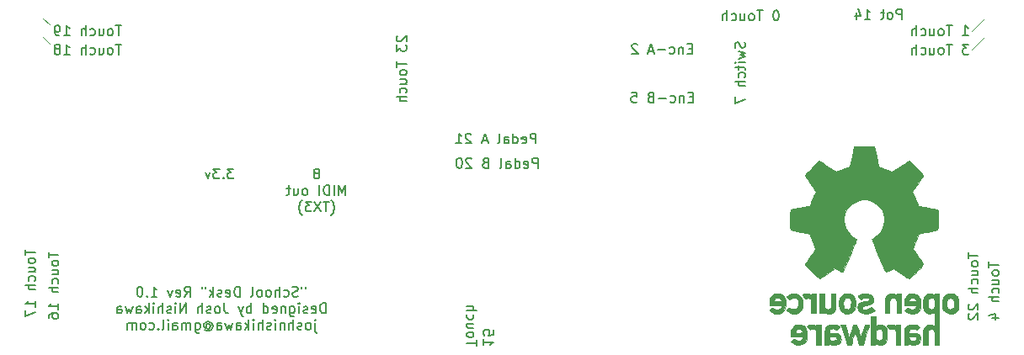
<source format=gbr>
G04 #@! TF.GenerationSoftware,KiCad,Pcbnew,(5.1.5)-3*
G04 #@! TF.CreationDate,2020-01-28T12:29:24+09:00*
G04 #@! TF.ProjectId,SchoolDesk,5363686f-6f6c-4446-9573-6b2e6b696361,rev?*
G04 #@! TF.SameCoordinates,Original*
G04 #@! TF.FileFunction,Legend,Bot*
G04 #@! TF.FilePolarity,Positive*
%FSLAX46Y46*%
G04 Gerber Fmt 4.6, Leading zero omitted, Abs format (unit mm)*
G04 Created by KiCad (PCBNEW (5.1.5)-3) date 2020-01-28 12:29:24*
%MOMM*%
%LPD*%
G04 APERTURE LIST*
%ADD10C,0.150000*%
%ADD11C,0.120000*%
%ADD12C,0.010000*%
G04 APERTURE END LIST*
D10*
X114283833Y-153106380D02*
X114283833Y-152106380D01*
X113902880Y-152106380D01*
X113807642Y-152154000D01*
X113760023Y-152201619D01*
X113712404Y-152296857D01*
X113712404Y-152439714D01*
X113760023Y-152534952D01*
X113807642Y-152582571D01*
X113902880Y-152630190D01*
X114283833Y-152630190D01*
X113140976Y-153106380D02*
X113236214Y-153058761D01*
X113283833Y-153011142D01*
X113331452Y-152915904D01*
X113331452Y-152630190D01*
X113283833Y-152534952D01*
X113236214Y-152487333D01*
X113140976Y-152439714D01*
X112998119Y-152439714D01*
X112902880Y-152487333D01*
X112855261Y-152534952D01*
X112807642Y-152630190D01*
X112807642Y-152915904D01*
X112855261Y-153011142D01*
X112902880Y-153058761D01*
X112998119Y-153106380D01*
X113140976Y-153106380D01*
X112521928Y-152439714D02*
X112140976Y-152439714D01*
X112379071Y-152106380D02*
X112379071Y-152963523D01*
X112331452Y-153058761D01*
X112236214Y-153106380D01*
X112140976Y-153106380D01*
X110521928Y-153106380D02*
X111093357Y-153106380D01*
X110807642Y-153106380D02*
X110807642Y-152106380D01*
X110902880Y-152249238D01*
X110998119Y-152344476D01*
X111093357Y-152392095D01*
X109664785Y-152439714D02*
X109664785Y-153106380D01*
X109902880Y-152058761D02*
X110140976Y-152773047D01*
X109521928Y-152773047D01*
D11*
X27940000Y-154940000D02*
X28575000Y-155575000D01*
X27940000Y-153035000D02*
X28575000Y-153670000D01*
X122555000Y-154940000D02*
X121285000Y-156210000D01*
X122555000Y-153035000D02*
X121285000Y-154305000D01*
D10*
X98448761Y-155424571D02*
X98496380Y-155567428D01*
X98496380Y-155805523D01*
X98448761Y-155900761D01*
X98401142Y-155948380D01*
X98305904Y-155996000D01*
X98210666Y-155996000D01*
X98115428Y-155948380D01*
X98067809Y-155900761D01*
X98020190Y-155805523D01*
X97972571Y-155615047D01*
X97924952Y-155519809D01*
X97877333Y-155472190D01*
X97782095Y-155424571D01*
X97686857Y-155424571D01*
X97591619Y-155472190D01*
X97544000Y-155519809D01*
X97496380Y-155615047D01*
X97496380Y-155853142D01*
X97544000Y-155996000D01*
X97829714Y-156329333D02*
X98496380Y-156519809D01*
X98020190Y-156710285D01*
X98496380Y-156900761D01*
X97829714Y-157091238D01*
X98496380Y-157472190D02*
X97829714Y-157472190D01*
X97496380Y-157472190D02*
X97544000Y-157424571D01*
X97591619Y-157472190D01*
X97544000Y-157519809D01*
X97496380Y-157472190D01*
X97591619Y-157472190D01*
X97829714Y-157805523D02*
X97829714Y-158186476D01*
X97496380Y-157948380D02*
X98353523Y-157948380D01*
X98448761Y-157996000D01*
X98496380Y-158091238D01*
X98496380Y-158186476D01*
X98448761Y-158948380D02*
X98496380Y-158853142D01*
X98496380Y-158662666D01*
X98448761Y-158567428D01*
X98401142Y-158519809D01*
X98305904Y-158472190D01*
X98020190Y-158472190D01*
X97924952Y-158519809D01*
X97877333Y-158567428D01*
X97829714Y-158662666D01*
X97829714Y-158853142D01*
X97877333Y-158948380D01*
X98496380Y-159376952D02*
X97496380Y-159376952D01*
X98496380Y-159805523D02*
X97972571Y-159805523D01*
X97877333Y-159757904D01*
X97829714Y-159662666D01*
X97829714Y-159519809D01*
X97877333Y-159424571D01*
X97924952Y-159376952D01*
X97496380Y-160948380D02*
X97496380Y-161615047D01*
X98496380Y-161186476D01*
X93170000Y-156075071D02*
X92836666Y-156075071D01*
X92693809Y-156598880D02*
X93170000Y-156598880D01*
X93170000Y-155598880D01*
X92693809Y-155598880D01*
X92265238Y-155932214D02*
X92265238Y-156598880D01*
X92265238Y-156027452D02*
X92217619Y-155979833D01*
X92122380Y-155932214D01*
X91979523Y-155932214D01*
X91884285Y-155979833D01*
X91836666Y-156075071D01*
X91836666Y-156598880D01*
X90931904Y-156551261D02*
X91027142Y-156598880D01*
X91217619Y-156598880D01*
X91312857Y-156551261D01*
X91360476Y-156503642D01*
X91408095Y-156408404D01*
X91408095Y-156122690D01*
X91360476Y-156027452D01*
X91312857Y-155979833D01*
X91217619Y-155932214D01*
X91027142Y-155932214D01*
X90931904Y-155979833D01*
X90503333Y-156217928D02*
X89741428Y-156217928D01*
X89312857Y-156313166D02*
X88836666Y-156313166D01*
X89408095Y-156598880D02*
X89074761Y-155598880D01*
X88741428Y-156598880D01*
X87693809Y-155694119D02*
X87646190Y-155646500D01*
X87550952Y-155598880D01*
X87312857Y-155598880D01*
X87217619Y-155646500D01*
X87170000Y-155694119D01*
X87122380Y-155789357D01*
X87122380Y-155884595D01*
X87170000Y-156027452D01*
X87741428Y-156598880D01*
X87122380Y-156598880D01*
X93241428Y-160964571D02*
X92908095Y-160964571D01*
X92765238Y-161488380D02*
X93241428Y-161488380D01*
X93241428Y-160488380D01*
X92765238Y-160488380D01*
X92336666Y-160821714D02*
X92336666Y-161488380D01*
X92336666Y-160916952D02*
X92289047Y-160869333D01*
X92193809Y-160821714D01*
X92050952Y-160821714D01*
X91955714Y-160869333D01*
X91908095Y-160964571D01*
X91908095Y-161488380D01*
X91003333Y-161440761D02*
X91098571Y-161488380D01*
X91289047Y-161488380D01*
X91384285Y-161440761D01*
X91431904Y-161393142D01*
X91479523Y-161297904D01*
X91479523Y-161012190D01*
X91431904Y-160916952D01*
X91384285Y-160869333D01*
X91289047Y-160821714D01*
X91098571Y-160821714D01*
X91003333Y-160869333D01*
X90574761Y-161107428D02*
X89812857Y-161107428D01*
X89003333Y-160964571D02*
X88860476Y-161012190D01*
X88812857Y-161059809D01*
X88765238Y-161155047D01*
X88765238Y-161297904D01*
X88812857Y-161393142D01*
X88860476Y-161440761D01*
X88955714Y-161488380D01*
X89336666Y-161488380D01*
X89336666Y-160488380D01*
X89003333Y-160488380D01*
X88908095Y-160536000D01*
X88860476Y-160583619D01*
X88812857Y-160678857D01*
X88812857Y-160774095D01*
X88860476Y-160869333D01*
X88908095Y-160916952D01*
X89003333Y-160964571D01*
X89336666Y-160964571D01*
X87098571Y-160488380D02*
X87574761Y-160488380D01*
X87622380Y-160964571D01*
X87574761Y-160916952D01*
X87479523Y-160869333D01*
X87241428Y-160869333D01*
X87146190Y-160916952D01*
X87098571Y-160964571D01*
X87050952Y-161059809D01*
X87050952Y-161297904D01*
X87098571Y-161393142D01*
X87146190Y-161440761D01*
X87241428Y-161488380D01*
X87479523Y-161488380D01*
X87574761Y-161440761D01*
X87622380Y-161393142D01*
X72191119Y-185322595D02*
X72191119Y-185894023D01*
X72191119Y-185608309D02*
X73191119Y-185608309D01*
X73048261Y-185703547D01*
X72953023Y-185798785D01*
X72905404Y-185894023D01*
X73191119Y-184417833D02*
X73191119Y-184894023D01*
X72714928Y-184941642D01*
X72762547Y-184894023D01*
X72810166Y-184798785D01*
X72810166Y-184560690D01*
X72762547Y-184465452D01*
X72714928Y-184417833D01*
X72619690Y-184370214D01*
X72381595Y-184370214D01*
X72286357Y-184417833D01*
X72238738Y-184465452D01*
X72191119Y-184560690D01*
X72191119Y-184798785D01*
X72238738Y-184894023D01*
X72286357Y-184941642D01*
X71541119Y-185989261D02*
X71541119Y-185417833D01*
X70541119Y-185703547D02*
X71541119Y-185703547D01*
X70541119Y-184941642D02*
X70588738Y-185036880D01*
X70636357Y-185084500D01*
X70731595Y-185132119D01*
X71017309Y-185132119D01*
X71112547Y-185084500D01*
X71160166Y-185036880D01*
X71207785Y-184941642D01*
X71207785Y-184798785D01*
X71160166Y-184703547D01*
X71112547Y-184655928D01*
X71017309Y-184608309D01*
X70731595Y-184608309D01*
X70636357Y-184655928D01*
X70588738Y-184703547D01*
X70541119Y-184798785D01*
X70541119Y-184941642D01*
X71207785Y-183751166D02*
X70541119Y-183751166D01*
X71207785Y-184179738D02*
X70683976Y-184179738D01*
X70588738Y-184132119D01*
X70541119Y-184036880D01*
X70541119Y-183894023D01*
X70588738Y-183798785D01*
X70636357Y-183751166D01*
X70588738Y-182846404D02*
X70541119Y-182941642D01*
X70541119Y-183132119D01*
X70588738Y-183227357D01*
X70636357Y-183274976D01*
X70731595Y-183322595D01*
X71017309Y-183322595D01*
X71112547Y-183274976D01*
X71160166Y-183227357D01*
X71207785Y-183132119D01*
X71207785Y-182941642D01*
X71160166Y-182846404D01*
X70541119Y-182417833D02*
X71541119Y-182417833D01*
X70541119Y-181989261D02*
X71064928Y-181989261D01*
X71160166Y-182036880D01*
X71207785Y-182132119D01*
X71207785Y-182274976D01*
X71160166Y-182370214D01*
X71112547Y-182417833D01*
X101655238Y-152233380D02*
X101560000Y-152233380D01*
X101464761Y-152281000D01*
X101417142Y-152328619D01*
X101369523Y-152423857D01*
X101321904Y-152614333D01*
X101321904Y-152852428D01*
X101369523Y-153042904D01*
X101417142Y-153138142D01*
X101464761Y-153185761D01*
X101560000Y-153233380D01*
X101655238Y-153233380D01*
X101750476Y-153185761D01*
X101798095Y-153138142D01*
X101845714Y-153042904D01*
X101893333Y-152852428D01*
X101893333Y-152614333D01*
X101845714Y-152423857D01*
X101798095Y-152328619D01*
X101750476Y-152281000D01*
X101655238Y-152233380D01*
X100274285Y-152233380D02*
X99702857Y-152233380D01*
X99988571Y-153233380D02*
X99988571Y-152233380D01*
X99226666Y-153233380D02*
X99321904Y-153185761D01*
X99369523Y-153138142D01*
X99417142Y-153042904D01*
X99417142Y-152757190D01*
X99369523Y-152661952D01*
X99321904Y-152614333D01*
X99226666Y-152566714D01*
X99083809Y-152566714D01*
X98988571Y-152614333D01*
X98940952Y-152661952D01*
X98893333Y-152757190D01*
X98893333Y-153042904D01*
X98940952Y-153138142D01*
X98988571Y-153185761D01*
X99083809Y-153233380D01*
X99226666Y-153233380D01*
X98036190Y-152566714D02*
X98036190Y-153233380D01*
X98464761Y-152566714D02*
X98464761Y-153090523D01*
X98417142Y-153185761D01*
X98321904Y-153233380D01*
X98179047Y-153233380D01*
X98083809Y-153185761D01*
X98036190Y-153138142D01*
X97131428Y-153185761D02*
X97226666Y-153233380D01*
X97417142Y-153233380D01*
X97512380Y-153185761D01*
X97560000Y-153138142D01*
X97607619Y-153042904D01*
X97607619Y-152757190D01*
X97560000Y-152661952D01*
X97512380Y-152614333D01*
X97417142Y-152566714D01*
X97226666Y-152566714D01*
X97131428Y-152614333D01*
X96702857Y-153233380D02*
X96702857Y-152233380D01*
X96274285Y-153233380D02*
X96274285Y-152709571D01*
X96321904Y-152614333D01*
X96417142Y-152566714D01*
X96560000Y-152566714D01*
X96655238Y-152614333D01*
X96702857Y-152661952D01*
X47085071Y-168171880D02*
X46466023Y-168171880D01*
X46799357Y-168552833D01*
X46656500Y-168552833D01*
X46561261Y-168600452D01*
X46513642Y-168648071D01*
X46466023Y-168743309D01*
X46466023Y-168981404D01*
X46513642Y-169076642D01*
X46561261Y-169124261D01*
X46656500Y-169171880D01*
X46942214Y-169171880D01*
X47037452Y-169124261D01*
X47085071Y-169076642D01*
X46037452Y-169076642D02*
X45989833Y-169124261D01*
X46037452Y-169171880D01*
X46085071Y-169124261D01*
X46037452Y-169076642D01*
X46037452Y-169171880D01*
X45656500Y-168171880D02*
X45037452Y-168171880D01*
X45370785Y-168552833D01*
X45227928Y-168552833D01*
X45132690Y-168600452D01*
X45085071Y-168648071D01*
X45037452Y-168743309D01*
X45037452Y-168981404D01*
X45085071Y-169076642D01*
X45132690Y-169124261D01*
X45227928Y-169171880D01*
X45513642Y-169171880D01*
X45608880Y-169124261D01*
X45656500Y-169076642D01*
X44704119Y-168505214D02*
X44466023Y-169171880D01*
X44227928Y-168505214D01*
X54323190Y-180047380D02*
X54323190Y-180237857D01*
X53942238Y-180047380D02*
X53942238Y-180237857D01*
X53561285Y-180999761D02*
X53418428Y-181047380D01*
X53180333Y-181047380D01*
X53085095Y-180999761D01*
X53037476Y-180952142D01*
X52989857Y-180856904D01*
X52989857Y-180761666D01*
X53037476Y-180666428D01*
X53085095Y-180618809D01*
X53180333Y-180571190D01*
X53370809Y-180523571D01*
X53466047Y-180475952D01*
X53513666Y-180428333D01*
X53561285Y-180333095D01*
X53561285Y-180237857D01*
X53513666Y-180142619D01*
X53466047Y-180095000D01*
X53370809Y-180047380D01*
X53132714Y-180047380D01*
X52989857Y-180095000D01*
X52132714Y-180999761D02*
X52227952Y-181047380D01*
X52418428Y-181047380D01*
X52513666Y-180999761D01*
X52561285Y-180952142D01*
X52608904Y-180856904D01*
X52608904Y-180571190D01*
X52561285Y-180475952D01*
X52513666Y-180428333D01*
X52418428Y-180380714D01*
X52227952Y-180380714D01*
X52132714Y-180428333D01*
X51704142Y-181047380D02*
X51704142Y-180047380D01*
X51275571Y-181047380D02*
X51275571Y-180523571D01*
X51323190Y-180428333D01*
X51418428Y-180380714D01*
X51561285Y-180380714D01*
X51656523Y-180428333D01*
X51704142Y-180475952D01*
X50656523Y-181047380D02*
X50751761Y-180999761D01*
X50799380Y-180952142D01*
X50847000Y-180856904D01*
X50847000Y-180571190D01*
X50799380Y-180475952D01*
X50751761Y-180428333D01*
X50656523Y-180380714D01*
X50513666Y-180380714D01*
X50418428Y-180428333D01*
X50370809Y-180475952D01*
X50323190Y-180571190D01*
X50323190Y-180856904D01*
X50370809Y-180952142D01*
X50418428Y-180999761D01*
X50513666Y-181047380D01*
X50656523Y-181047380D01*
X49751761Y-181047380D02*
X49847000Y-180999761D01*
X49894619Y-180952142D01*
X49942238Y-180856904D01*
X49942238Y-180571190D01*
X49894619Y-180475952D01*
X49847000Y-180428333D01*
X49751761Y-180380714D01*
X49608904Y-180380714D01*
X49513666Y-180428333D01*
X49466047Y-180475952D01*
X49418428Y-180571190D01*
X49418428Y-180856904D01*
X49466047Y-180952142D01*
X49513666Y-180999761D01*
X49608904Y-181047380D01*
X49751761Y-181047380D01*
X48847000Y-181047380D02*
X48942238Y-180999761D01*
X48989857Y-180904523D01*
X48989857Y-180047380D01*
X47704142Y-181047380D02*
X47704142Y-180047380D01*
X47466047Y-180047380D01*
X47323190Y-180095000D01*
X47227952Y-180190238D01*
X47180333Y-180285476D01*
X47132714Y-180475952D01*
X47132714Y-180618809D01*
X47180333Y-180809285D01*
X47227952Y-180904523D01*
X47323190Y-180999761D01*
X47466047Y-181047380D01*
X47704142Y-181047380D01*
X46323190Y-180999761D02*
X46418428Y-181047380D01*
X46608904Y-181047380D01*
X46704142Y-180999761D01*
X46751761Y-180904523D01*
X46751761Y-180523571D01*
X46704142Y-180428333D01*
X46608904Y-180380714D01*
X46418428Y-180380714D01*
X46323190Y-180428333D01*
X46275571Y-180523571D01*
X46275571Y-180618809D01*
X46751761Y-180714047D01*
X45894619Y-180999761D02*
X45799380Y-181047380D01*
X45608904Y-181047380D01*
X45513666Y-180999761D01*
X45466047Y-180904523D01*
X45466047Y-180856904D01*
X45513666Y-180761666D01*
X45608904Y-180714047D01*
X45751761Y-180714047D01*
X45847000Y-180666428D01*
X45894619Y-180571190D01*
X45894619Y-180523571D01*
X45847000Y-180428333D01*
X45751761Y-180380714D01*
X45608904Y-180380714D01*
X45513666Y-180428333D01*
X45037476Y-181047380D02*
X45037476Y-180047380D01*
X44942238Y-180666428D02*
X44656523Y-181047380D01*
X44656523Y-180380714D02*
X45037476Y-180761666D01*
X44275571Y-180047380D02*
X44275571Y-180237857D01*
X43894619Y-180047380D02*
X43894619Y-180237857D01*
X42132714Y-181047380D02*
X42466047Y-180571190D01*
X42704142Y-181047380D02*
X42704142Y-180047380D01*
X42323190Y-180047380D01*
X42227952Y-180095000D01*
X42180333Y-180142619D01*
X42132714Y-180237857D01*
X42132714Y-180380714D01*
X42180333Y-180475952D01*
X42227952Y-180523571D01*
X42323190Y-180571190D01*
X42704142Y-180571190D01*
X41323190Y-180999761D02*
X41418428Y-181047380D01*
X41608904Y-181047380D01*
X41704142Y-180999761D01*
X41751761Y-180904523D01*
X41751761Y-180523571D01*
X41704142Y-180428333D01*
X41608904Y-180380714D01*
X41418428Y-180380714D01*
X41323190Y-180428333D01*
X41275571Y-180523571D01*
X41275571Y-180618809D01*
X41751761Y-180714047D01*
X40942238Y-180380714D02*
X40704142Y-181047380D01*
X40466047Y-180380714D01*
X38799380Y-181047380D02*
X39370809Y-181047380D01*
X39085095Y-181047380D02*
X39085095Y-180047380D01*
X39180333Y-180190238D01*
X39275571Y-180285476D01*
X39370809Y-180333095D01*
X38370809Y-180952142D02*
X38323190Y-180999761D01*
X38370809Y-181047380D01*
X38418428Y-180999761D01*
X38370809Y-180952142D01*
X38370809Y-181047380D01*
X37704142Y-180047380D02*
X37608904Y-180047380D01*
X37513666Y-180095000D01*
X37466047Y-180142619D01*
X37418428Y-180237857D01*
X37370809Y-180428333D01*
X37370809Y-180666428D01*
X37418428Y-180856904D01*
X37466047Y-180952142D01*
X37513666Y-180999761D01*
X37608904Y-181047380D01*
X37704142Y-181047380D01*
X37799380Y-180999761D01*
X37847000Y-180952142D01*
X37894619Y-180856904D01*
X37942238Y-180666428D01*
X37942238Y-180428333D01*
X37894619Y-180237857D01*
X37847000Y-180142619D01*
X37799380Y-180095000D01*
X37704142Y-180047380D01*
X56323190Y-182697380D02*
X56323190Y-181697380D01*
X56085095Y-181697380D01*
X55942238Y-181745000D01*
X55847000Y-181840238D01*
X55799380Y-181935476D01*
X55751761Y-182125952D01*
X55751761Y-182268809D01*
X55799380Y-182459285D01*
X55847000Y-182554523D01*
X55942238Y-182649761D01*
X56085095Y-182697380D01*
X56323190Y-182697380D01*
X54942238Y-182649761D02*
X55037476Y-182697380D01*
X55227952Y-182697380D01*
X55323190Y-182649761D01*
X55370809Y-182554523D01*
X55370809Y-182173571D01*
X55323190Y-182078333D01*
X55227952Y-182030714D01*
X55037476Y-182030714D01*
X54942238Y-182078333D01*
X54894619Y-182173571D01*
X54894619Y-182268809D01*
X55370809Y-182364047D01*
X54513666Y-182649761D02*
X54418428Y-182697380D01*
X54227952Y-182697380D01*
X54132714Y-182649761D01*
X54085095Y-182554523D01*
X54085095Y-182506904D01*
X54132714Y-182411666D01*
X54227952Y-182364047D01*
X54370809Y-182364047D01*
X54466047Y-182316428D01*
X54513666Y-182221190D01*
X54513666Y-182173571D01*
X54466047Y-182078333D01*
X54370809Y-182030714D01*
X54227952Y-182030714D01*
X54132714Y-182078333D01*
X53656523Y-182697380D02*
X53656523Y-182030714D01*
X53656523Y-181697380D02*
X53704142Y-181745000D01*
X53656523Y-181792619D01*
X53608904Y-181745000D01*
X53656523Y-181697380D01*
X53656523Y-181792619D01*
X52751761Y-182030714D02*
X52751761Y-182840238D01*
X52799380Y-182935476D01*
X52847000Y-182983095D01*
X52942238Y-183030714D01*
X53085095Y-183030714D01*
X53180333Y-182983095D01*
X52751761Y-182649761D02*
X52847000Y-182697380D01*
X53037476Y-182697380D01*
X53132714Y-182649761D01*
X53180333Y-182602142D01*
X53227952Y-182506904D01*
X53227952Y-182221190D01*
X53180333Y-182125952D01*
X53132714Y-182078333D01*
X53037476Y-182030714D01*
X52847000Y-182030714D01*
X52751761Y-182078333D01*
X52275571Y-182030714D02*
X52275571Y-182697380D01*
X52275571Y-182125952D02*
X52227952Y-182078333D01*
X52132714Y-182030714D01*
X51989857Y-182030714D01*
X51894619Y-182078333D01*
X51847000Y-182173571D01*
X51847000Y-182697380D01*
X50989857Y-182649761D02*
X51085095Y-182697380D01*
X51275571Y-182697380D01*
X51370809Y-182649761D01*
X51418428Y-182554523D01*
X51418428Y-182173571D01*
X51370809Y-182078333D01*
X51275571Y-182030714D01*
X51085095Y-182030714D01*
X50989857Y-182078333D01*
X50942238Y-182173571D01*
X50942238Y-182268809D01*
X51418428Y-182364047D01*
X50085095Y-182697380D02*
X50085095Y-181697380D01*
X50085095Y-182649761D02*
X50180333Y-182697380D01*
X50370809Y-182697380D01*
X50466047Y-182649761D01*
X50513666Y-182602142D01*
X50561285Y-182506904D01*
X50561285Y-182221190D01*
X50513666Y-182125952D01*
X50466047Y-182078333D01*
X50370809Y-182030714D01*
X50180333Y-182030714D01*
X50085095Y-182078333D01*
X48847000Y-182697380D02*
X48847000Y-181697380D01*
X48847000Y-182078333D02*
X48751761Y-182030714D01*
X48561285Y-182030714D01*
X48466047Y-182078333D01*
X48418428Y-182125952D01*
X48370809Y-182221190D01*
X48370809Y-182506904D01*
X48418428Y-182602142D01*
X48466047Y-182649761D01*
X48561285Y-182697380D01*
X48751761Y-182697380D01*
X48847000Y-182649761D01*
X48037476Y-182030714D02*
X47799380Y-182697380D01*
X47561285Y-182030714D02*
X47799380Y-182697380D01*
X47894619Y-182935476D01*
X47942238Y-182983095D01*
X48037476Y-183030714D01*
X46132714Y-181697380D02*
X46132714Y-182411666D01*
X46180333Y-182554523D01*
X46275571Y-182649761D01*
X46418428Y-182697380D01*
X46513666Y-182697380D01*
X45513666Y-182697380D02*
X45608904Y-182649761D01*
X45656523Y-182602142D01*
X45704142Y-182506904D01*
X45704142Y-182221190D01*
X45656523Y-182125952D01*
X45608904Y-182078333D01*
X45513666Y-182030714D01*
X45370809Y-182030714D01*
X45275571Y-182078333D01*
X45227952Y-182125952D01*
X45180333Y-182221190D01*
X45180333Y-182506904D01*
X45227952Y-182602142D01*
X45275571Y-182649761D01*
X45370809Y-182697380D01*
X45513666Y-182697380D01*
X44799380Y-182649761D02*
X44704142Y-182697380D01*
X44513666Y-182697380D01*
X44418428Y-182649761D01*
X44370809Y-182554523D01*
X44370809Y-182506904D01*
X44418428Y-182411666D01*
X44513666Y-182364047D01*
X44656523Y-182364047D01*
X44751761Y-182316428D01*
X44799380Y-182221190D01*
X44799380Y-182173571D01*
X44751761Y-182078333D01*
X44656523Y-182030714D01*
X44513666Y-182030714D01*
X44418428Y-182078333D01*
X43942238Y-182697380D02*
X43942238Y-181697380D01*
X43513666Y-182697380D02*
X43513666Y-182173571D01*
X43561285Y-182078333D01*
X43656523Y-182030714D01*
X43799380Y-182030714D01*
X43894619Y-182078333D01*
X43942238Y-182125952D01*
X42275571Y-182697380D02*
X42275571Y-181697380D01*
X41704142Y-182697380D01*
X41704142Y-181697380D01*
X41227952Y-182697380D02*
X41227952Y-182030714D01*
X41227952Y-181697380D02*
X41275571Y-181745000D01*
X41227952Y-181792619D01*
X41180333Y-181745000D01*
X41227952Y-181697380D01*
X41227952Y-181792619D01*
X40799380Y-182649761D02*
X40704142Y-182697380D01*
X40513666Y-182697380D01*
X40418428Y-182649761D01*
X40370809Y-182554523D01*
X40370809Y-182506904D01*
X40418428Y-182411666D01*
X40513666Y-182364047D01*
X40656523Y-182364047D01*
X40751761Y-182316428D01*
X40799380Y-182221190D01*
X40799380Y-182173571D01*
X40751761Y-182078333D01*
X40656523Y-182030714D01*
X40513666Y-182030714D01*
X40418428Y-182078333D01*
X39942238Y-182697380D02*
X39942238Y-181697380D01*
X39513666Y-182697380D02*
X39513666Y-182173571D01*
X39561285Y-182078333D01*
X39656523Y-182030714D01*
X39799380Y-182030714D01*
X39894619Y-182078333D01*
X39942238Y-182125952D01*
X39037476Y-182697380D02*
X39037476Y-182030714D01*
X39037476Y-181697380D02*
X39085095Y-181745000D01*
X39037476Y-181792619D01*
X38989857Y-181745000D01*
X39037476Y-181697380D01*
X39037476Y-181792619D01*
X38561285Y-182697380D02*
X38561285Y-181697380D01*
X38466047Y-182316428D02*
X38180333Y-182697380D01*
X38180333Y-182030714D02*
X38561285Y-182411666D01*
X37323190Y-182697380D02*
X37323190Y-182173571D01*
X37370809Y-182078333D01*
X37466047Y-182030714D01*
X37656523Y-182030714D01*
X37751761Y-182078333D01*
X37323190Y-182649761D02*
X37418428Y-182697380D01*
X37656523Y-182697380D01*
X37751761Y-182649761D01*
X37799380Y-182554523D01*
X37799380Y-182459285D01*
X37751761Y-182364047D01*
X37656523Y-182316428D01*
X37418428Y-182316428D01*
X37323190Y-182268809D01*
X36942238Y-182030714D02*
X36751761Y-182697380D01*
X36561285Y-182221190D01*
X36370809Y-182697380D01*
X36180333Y-182030714D01*
X35370809Y-182697380D02*
X35370809Y-182173571D01*
X35418428Y-182078333D01*
X35513666Y-182030714D01*
X35704142Y-182030714D01*
X35799380Y-182078333D01*
X35370809Y-182649761D02*
X35466047Y-182697380D01*
X35704142Y-182697380D01*
X35799380Y-182649761D01*
X35847000Y-182554523D01*
X35847000Y-182459285D01*
X35799380Y-182364047D01*
X35704142Y-182316428D01*
X35466047Y-182316428D01*
X35370809Y-182268809D01*
X55275571Y-183680714D02*
X55275571Y-184537857D01*
X55323190Y-184633095D01*
X55418428Y-184680714D01*
X55466047Y-184680714D01*
X55275571Y-183347380D02*
X55323190Y-183395000D01*
X55275571Y-183442619D01*
X55227952Y-183395000D01*
X55275571Y-183347380D01*
X55275571Y-183442619D01*
X54656523Y-184347380D02*
X54751761Y-184299761D01*
X54799380Y-184252142D01*
X54847000Y-184156904D01*
X54847000Y-183871190D01*
X54799380Y-183775952D01*
X54751761Y-183728333D01*
X54656523Y-183680714D01*
X54513666Y-183680714D01*
X54418428Y-183728333D01*
X54370809Y-183775952D01*
X54323190Y-183871190D01*
X54323190Y-184156904D01*
X54370809Y-184252142D01*
X54418428Y-184299761D01*
X54513666Y-184347380D01*
X54656523Y-184347380D01*
X53942238Y-184299761D02*
X53847000Y-184347380D01*
X53656523Y-184347380D01*
X53561285Y-184299761D01*
X53513666Y-184204523D01*
X53513666Y-184156904D01*
X53561285Y-184061666D01*
X53656523Y-184014047D01*
X53799380Y-184014047D01*
X53894619Y-183966428D01*
X53942238Y-183871190D01*
X53942238Y-183823571D01*
X53894619Y-183728333D01*
X53799380Y-183680714D01*
X53656523Y-183680714D01*
X53561285Y-183728333D01*
X53085095Y-184347380D02*
X53085095Y-183347380D01*
X52656523Y-184347380D02*
X52656523Y-183823571D01*
X52704142Y-183728333D01*
X52799380Y-183680714D01*
X52942238Y-183680714D01*
X53037476Y-183728333D01*
X53085095Y-183775952D01*
X52180333Y-183680714D02*
X52180333Y-184347380D01*
X52180333Y-183775952D02*
X52132714Y-183728333D01*
X52037476Y-183680714D01*
X51894619Y-183680714D01*
X51799380Y-183728333D01*
X51751761Y-183823571D01*
X51751761Y-184347380D01*
X51275571Y-184347380D02*
X51275571Y-183680714D01*
X51275571Y-183347380D02*
X51323190Y-183395000D01*
X51275571Y-183442619D01*
X51227952Y-183395000D01*
X51275571Y-183347380D01*
X51275571Y-183442619D01*
X50847000Y-184299761D02*
X50751761Y-184347380D01*
X50561285Y-184347380D01*
X50466047Y-184299761D01*
X50418428Y-184204523D01*
X50418428Y-184156904D01*
X50466047Y-184061666D01*
X50561285Y-184014047D01*
X50704142Y-184014047D01*
X50799380Y-183966428D01*
X50847000Y-183871190D01*
X50847000Y-183823571D01*
X50799380Y-183728333D01*
X50704142Y-183680714D01*
X50561285Y-183680714D01*
X50466047Y-183728333D01*
X49989857Y-184347380D02*
X49989857Y-183347380D01*
X49561285Y-184347380D02*
X49561285Y-183823571D01*
X49608904Y-183728333D01*
X49704142Y-183680714D01*
X49847000Y-183680714D01*
X49942238Y-183728333D01*
X49989857Y-183775952D01*
X49085095Y-184347380D02*
X49085095Y-183680714D01*
X49085095Y-183347380D02*
X49132714Y-183395000D01*
X49085095Y-183442619D01*
X49037476Y-183395000D01*
X49085095Y-183347380D01*
X49085095Y-183442619D01*
X48608904Y-184347380D02*
X48608904Y-183347380D01*
X48513666Y-183966428D02*
X48227952Y-184347380D01*
X48227952Y-183680714D02*
X48608904Y-184061666D01*
X47370809Y-184347380D02*
X47370809Y-183823571D01*
X47418428Y-183728333D01*
X47513666Y-183680714D01*
X47704142Y-183680714D01*
X47799380Y-183728333D01*
X47370809Y-184299761D02*
X47466047Y-184347380D01*
X47704142Y-184347380D01*
X47799380Y-184299761D01*
X47847000Y-184204523D01*
X47847000Y-184109285D01*
X47799380Y-184014047D01*
X47704142Y-183966428D01*
X47466047Y-183966428D01*
X47370809Y-183918809D01*
X46989857Y-183680714D02*
X46799380Y-184347380D01*
X46608904Y-183871190D01*
X46418428Y-184347380D01*
X46227952Y-183680714D01*
X45418428Y-184347380D02*
X45418428Y-183823571D01*
X45466047Y-183728333D01*
X45561285Y-183680714D01*
X45751761Y-183680714D01*
X45847000Y-183728333D01*
X45418428Y-184299761D02*
X45513666Y-184347380D01*
X45751761Y-184347380D01*
X45847000Y-184299761D01*
X45894619Y-184204523D01*
X45894619Y-184109285D01*
X45847000Y-184014047D01*
X45751761Y-183966428D01*
X45513666Y-183966428D01*
X45418428Y-183918809D01*
X44323190Y-183871190D02*
X44370809Y-183823571D01*
X44466047Y-183775952D01*
X44561285Y-183775952D01*
X44656523Y-183823571D01*
X44704142Y-183871190D01*
X44751761Y-183966428D01*
X44751761Y-184061666D01*
X44704142Y-184156904D01*
X44656523Y-184204523D01*
X44561285Y-184252142D01*
X44466047Y-184252142D01*
X44370809Y-184204523D01*
X44323190Y-184156904D01*
X44323190Y-183775952D02*
X44323190Y-184156904D01*
X44275571Y-184204523D01*
X44227952Y-184204523D01*
X44132714Y-184156904D01*
X44085095Y-184061666D01*
X44085095Y-183823571D01*
X44180333Y-183680714D01*
X44323190Y-183585476D01*
X44513666Y-183537857D01*
X44704142Y-183585476D01*
X44847000Y-183680714D01*
X44942238Y-183823571D01*
X44989857Y-184014047D01*
X44942238Y-184204523D01*
X44847000Y-184347380D01*
X44704142Y-184442619D01*
X44513666Y-184490238D01*
X44323190Y-184442619D01*
X44180333Y-184347380D01*
X43227952Y-183680714D02*
X43227952Y-184490238D01*
X43275571Y-184585476D01*
X43323190Y-184633095D01*
X43418428Y-184680714D01*
X43561285Y-184680714D01*
X43656523Y-184633095D01*
X43227952Y-184299761D02*
X43323190Y-184347380D01*
X43513666Y-184347380D01*
X43608904Y-184299761D01*
X43656523Y-184252142D01*
X43704142Y-184156904D01*
X43704142Y-183871190D01*
X43656523Y-183775952D01*
X43608904Y-183728333D01*
X43513666Y-183680714D01*
X43323190Y-183680714D01*
X43227952Y-183728333D01*
X42751761Y-184347380D02*
X42751761Y-183680714D01*
X42751761Y-183775952D02*
X42704142Y-183728333D01*
X42608904Y-183680714D01*
X42466047Y-183680714D01*
X42370809Y-183728333D01*
X42323190Y-183823571D01*
X42323190Y-184347380D01*
X42323190Y-183823571D02*
X42275571Y-183728333D01*
X42180333Y-183680714D01*
X42037476Y-183680714D01*
X41942238Y-183728333D01*
X41894619Y-183823571D01*
X41894619Y-184347380D01*
X40989857Y-184347380D02*
X40989857Y-183823571D01*
X41037476Y-183728333D01*
X41132714Y-183680714D01*
X41323190Y-183680714D01*
X41418428Y-183728333D01*
X40989857Y-184299761D02*
X41085095Y-184347380D01*
X41323190Y-184347380D01*
X41418428Y-184299761D01*
X41466047Y-184204523D01*
X41466047Y-184109285D01*
X41418428Y-184014047D01*
X41323190Y-183966428D01*
X41085095Y-183966428D01*
X40989857Y-183918809D01*
X40513666Y-184347380D02*
X40513666Y-183680714D01*
X40513666Y-183347380D02*
X40561285Y-183395000D01*
X40513666Y-183442619D01*
X40466047Y-183395000D01*
X40513666Y-183347380D01*
X40513666Y-183442619D01*
X39894619Y-184347380D02*
X39989857Y-184299761D01*
X40037476Y-184204523D01*
X40037476Y-183347380D01*
X39513666Y-184252142D02*
X39466047Y-184299761D01*
X39513666Y-184347380D01*
X39561285Y-184299761D01*
X39513666Y-184252142D01*
X39513666Y-184347380D01*
X38608904Y-184299761D02*
X38704142Y-184347380D01*
X38894619Y-184347380D01*
X38989857Y-184299761D01*
X39037476Y-184252142D01*
X39085095Y-184156904D01*
X39085095Y-183871190D01*
X39037476Y-183775952D01*
X38989857Y-183728333D01*
X38894619Y-183680714D01*
X38704142Y-183680714D01*
X38608904Y-183728333D01*
X38037476Y-184347380D02*
X38132714Y-184299761D01*
X38180333Y-184252142D01*
X38227952Y-184156904D01*
X38227952Y-183871190D01*
X38180333Y-183775952D01*
X38132714Y-183728333D01*
X38037476Y-183680714D01*
X37894619Y-183680714D01*
X37799380Y-183728333D01*
X37751761Y-183775952D01*
X37704142Y-183871190D01*
X37704142Y-184156904D01*
X37751761Y-184252142D01*
X37799380Y-184299761D01*
X37894619Y-184347380D01*
X38037476Y-184347380D01*
X37275571Y-184347380D02*
X37275571Y-183680714D01*
X37275571Y-183775952D02*
X37227952Y-183728333D01*
X37132714Y-183680714D01*
X36989857Y-183680714D01*
X36894619Y-183728333D01*
X36847000Y-183823571D01*
X36847000Y-184347380D01*
X36847000Y-183823571D02*
X36799380Y-183728333D01*
X36704142Y-183680714D01*
X36561285Y-183680714D01*
X36466047Y-183728333D01*
X36418428Y-183823571D01*
X36418428Y-184347380D01*
X55530738Y-168601452D02*
X55625976Y-168553833D01*
X55673595Y-168506214D01*
X55721214Y-168410976D01*
X55721214Y-168363357D01*
X55673595Y-168268119D01*
X55625976Y-168220500D01*
X55530738Y-168172880D01*
X55340261Y-168172880D01*
X55245023Y-168220500D01*
X55197404Y-168268119D01*
X55149785Y-168363357D01*
X55149785Y-168410976D01*
X55197404Y-168506214D01*
X55245023Y-168553833D01*
X55340261Y-168601452D01*
X55530738Y-168601452D01*
X55625976Y-168649071D01*
X55673595Y-168696690D01*
X55721214Y-168791928D01*
X55721214Y-168982404D01*
X55673595Y-169077642D01*
X55625976Y-169125261D01*
X55530738Y-169172880D01*
X55340261Y-169172880D01*
X55245023Y-169125261D01*
X55197404Y-169077642D01*
X55149785Y-168982404D01*
X55149785Y-168791928D01*
X55197404Y-168696690D01*
X55245023Y-168649071D01*
X55340261Y-168601452D01*
X58316452Y-170822880D02*
X58316452Y-169822880D01*
X57983119Y-170537166D01*
X57649785Y-169822880D01*
X57649785Y-170822880D01*
X57173595Y-170822880D02*
X57173595Y-169822880D01*
X56697404Y-170822880D02*
X56697404Y-169822880D01*
X56459309Y-169822880D01*
X56316452Y-169870500D01*
X56221214Y-169965738D01*
X56173595Y-170060976D01*
X56125976Y-170251452D01*
X56125976Y-170394309D01*
X56173595Y-170584785D01*
X56221214Y-170680023D01*
X56316452Y-170775261D01*
X56459309Y-170822880D01*
X56697404Y-170822880D01*
X55697404Y-170822880D02*
X55697404Y-169822880D01*
X54316452Y-170822880D02*
X54411690Y-170775261D01*
X54459309Y-170727642D01*
X54506928Y-170632404D01*
X54506928Y-170346690D01*
X54459309Y-170251452D01*
X54411690Y-170203833D01*
X54316452Y-170156214D01*
X54173595Y-170156214D01*
X54078357Y-170203833D01*
X54030738Y-170251452D01*
X53983119Y-170346690D01*
X53983119Y-170632404D01*
X54030738Y-170727642D01*
X54078357Y-170775261D01*
X54173595Y-170822880D01*
X54316452Y-170822880D01*
X53125976Y-170156214D02*
X53125976Y-170822880D01*
X53554547Y-170156214D02*
X53554547Y-170680023D01*
X53506928Y-170775261D01*
X53411690Y-170822880D01*
X53268833Y-170822880D01*
X53173595Y-170775261D01*
X53125976Y-170727642D01*
X52792642Y-170156214D02*
X52411690Y-170156214D01*
X52649785Y-169822880D02*
X52649785Y-170680023D01*
X52602166Y-170775261D01*
X52506928Y-170822880D01*
X52411690Y-170822880D01*
X56911690Y-172853833D02*
X56959309Y-172806214D01*
X57054547Y-172663357D01*
X57102166Y-172568119D01*
X57149785Y-172425261D01*
X57197404Y-172187166D01*
X57197404Y-171996690D01*
X57149785Y-171758595D01*
X57102166Y-171615738D01*
X57054547Y-171520500D01*
X56959309Y-171377642D01*
X56911690Y-171330023D01*
X56673595Y-171472880D02*
X56102166Y-171472880D01*
X56387880Y-172472880D02*
X56387880Y-171472880D01*
X55864071Y-171472880D02*
X55197404Y-172472880D01*
X55197404Y-171472880D02*
X55864071Y-172472880D01*
X54911690Y-171472880D02*
X54292642Y-171472880D01*
X54625976Y-171853833D01*
X54483119Y-171853833D01*
X54387880Y-171901452D01*
X54340261Y-171949071D01*
X54292642Y-172044309D01*
X54292642Y-172282404D01*
X54340261Y-172377642D01*
X54387880Y-172425261D01*
X54483119Y-172472880D01*
X54768833Y-172472880D01*
X54864071Y-172425261D01*
X54911690Y-172377642D01*
X53959309Y-172853833D02*
X53911690Y-172806214D01*
X53816452Y-172663357D01*
X53768833Y-172568119D01*
X53721214Y-172425261D01*
X53673595Y-172187166D01*
X53673595Y-171996690D01*
X53721214Y-171758595D01*
X53768833Y-171615738D01*
X53816452Y-171520500D01*
X53911690Y-171377642D01*
X53959309Y-171330023D01*
X77667928Y-168092380D02*
X77667928Y-167092380D01*
X77286976Y-167092380D01*
X77191738Y-167140000D01*
X77144119Y-167187619D01*
X77096500Y-167282857D01*
X77096500Y-167425714D01*
X77144119Y-167520952D01*
X77191738Y-167568571D01*
X77286976Y-167616190D01*
X77667928Y-167616190D01*
X76286976Y-168044761D02*
X76382214Y-168092380D01*
X76572690Y-168092380D01*
X76667928Y-168044761D01*
X76715547Y-167949523D01*
X76715547Y-167568571D01*
X76667928Y-167473333D01*
X76572690Y-167425714D01*
X76382214Y-167425714D01*
X76286976Y-167473333D01*
X76239357Y-167568571D01*
X76239357Y-167663809D01*
X76715547Y-167759047D01*
X75382214Y-168092380D02*
X75382214Y-167092380D01*
X75382214Y-168044761D02*
X75477452Y-168092380D01*
X75667928Y-168092380D01*
X75763166Y-168044761D01*
X75810785Y-167997142D01*
X75858404Y-167901904D01*
X75858404Y-167616190D01*
X75810785Y-167520952D01*
X75763166Y-167473333D01*
X75667928Y-167425714D01*
X75477452Y-167425714D01*
X75382214Y-167473333D01*
X74477452Y-168092380D02*
X74477452Y-167568571D01*
X74525071Y-167473333D01*
X74620309Y-167425714D01*
X74810785Y-167425714D01*
X74906023Y-167473333D01*
X74477452Y-168044761D02*
X74572690Y-168092380D01*
X74810785Y-168092380D01*
X74906023Y-168044761D01*
X74953642Y-167949523D01*
X74953642Y-167854285D01*
X74906023Y-167759047D01*
X74810785Y-167711428D01*
X74572690Y-167711428D01*
X74477452Y-167663809D01*
X73858404Y-168092380D02*
X73953642Y-168044761D01*
X74001261Y-167949523D01*
X74001261Y-167092380D01*
X72382214Y-167568571D02*
X72239357Y-167616190D01*
X72191738Y-167663809D01*
X72144119Y-167759047D01*
X72144119Y-167901904D01*
X72191738Y-167997142D01*
X72239357Y-168044761D01*
X72334595Y-168092380D01*
X72715547Y-168092380D01*
X72715547Y-167092380D01*
X72382214Y-167092380D01*
X72286976Y-167140000D01*
X72239357Y-167187619D01*
X72191738Y-167282857D01*
X72191738Y-167378095D01*
X72239357Y-167473333D01*
X72286976Y-167520952D01*
X72382214Y-167568571D01*
X72715547Y-167568571D01*
X71001261Y-167187619D02*
X70953642Y-167140000D01*
X70858404Y-167092380D01*
X70620309Y-167092380D01*
X70525071Y-167140000D01*
X70477452Y-167187619D01*
X70429833Y-167282857D01*
X70429833Y-167378095D01*
X70477452Y-167520952D01*
X71048880Y-168092380D01*
X70429833Y-168092380D01*
X69810785Y-167092380D02*
X69715547Y-167092380D01*
X69620309Y-167140000D01*
X69572690Y-167187619D01*
X69525071Y-167282857D01*
X69477452Y-167473333D01*
X69477452Y-167711428D01*
X69525071Y-167901904D01*
X69572690Y-167997142D01*
X69620309Y-168044761D01*
X69715547Y-168092380D01*
X69810785Y-168092380D01*
X69906023Y-168044761D01*
X69953642Y-167997142D01*
X70001261Y-167901904D01*
X70048880Y-167711428D01*
X70048880Y-167473333D01*
X70001261Y-167282857D01*
X69953642Y-167187619D01*
X69906023Y-167140000D01*
X69810785Y-167092380D01*
X77469500Y-165615880D02*
X77469500Y-164615880D01*
X77088547Y-164615880D01*
X76993309Y-164663500D01*
X76945690Y-164711119D01*
X76898071Y-164806357D01*
X76898071Y-164949214D01*
X76945690Y-165044452D01*
X76993309Y-165092071D01*
X77088547Y-165139690D01*
X77469500Y-165139690D01*
X76088547Y-165568261D02*
X76183785Y-165615880D01*
X76374261Y-165615880D01*
X76469500Y-165568261D01*
X76517119Y-165473023D01*
X76517119Y-165092071D01*
X76469500Y-164996833D01*
X76374261Y-164949214D01*
X76183785Y-164949214D01*
X76088547Y-164996833D01*
X76040928Y-165092071D01*
X76040928Y-165187309D01*
X76517119Y-165282547D01*
X75183785Y-165615880D02*
X75183785Y-164615880D01*
X75183785Y-165568261D02*
X75279023Y-165615880D01*
X75469500Y-165615880D01*
X75564738Y-165568261D01*
X75612357Y-165520642D01*
X75659976Y-165425404D01*
X75659976Y-165139690D01*
X75612357Y-165044452D01*
X75564738Y-164996833D01*
X75469500Y-164949214D01*
X75279023Y-164949214D01*
X75183785Y-164996833D01*
X74279023Y-165615880D02*
X74279023Y-165092071D01*
X74326642Y-164996833D01*
X74421880Y-164949214D01*
X74612357Y-164949214D01*
X74707595Y-164996833D01*
X74279023Y-165568261D02*
X74374261Y-165615880D01*
X74612357Y-165615880D01*
X74707595Y-165568261D01*
X74755214Y-165473023D01*
X74755214Y-165377785D01*
X74707595Y-165282547D01*
X74612357Y-165234928D01*
X74374261Y-165234928D01*
X74279023Y-165187309D01*
X73659976Y-165615880D02*
X73755214Y-165568261D01*
X73802833Y-165473023D01*
X73802833Y-164615880D01*
X72564738Y-165330166D02*
X72088547Y-165330166D01*
X72659976Y-165615880D02*
X72326642Y-164615880D01*
X71993309Y-165615880D01*
X70945690Y-164711119D02*
X70898071Y-164663500D01*
X70802833Y-164615880D01*
X70564738Y-164615880D01*
X70469500Y-164663500D01*
X70421880Y-164711119D01*
X70374261Y-164806357D01*
X70374261Y-164901595D01*
X70421880Y-165044452D01*
X70993309Y-165615880D01*
X70374261Y-165615880D01*
X69421880Y-165615880D02*
X69993309Y-165615880D01*
X69707595Y-165615880D02*
X69707595Y-164615880D01*
X69802833Y-164758738D01*
X69898071Y-164853976D01*
X69993309Y-164901595D01*
X35789761Y-153757380D02*
X35218333Y-153757380D01*
X35504047Y-154757380D02*
X35504047Y-153757380D01*
X34742142Y-154757380D02*
X34837380Y-154709761D01*
X34885000Y-154662142D01*
X34932619Y-154566904D01*
X34932619Y-154281190D01*
X34885000Y-154185952D01*
X34837380Y-154138333D01*
X34742142Y-154090714D01*
X34599285Y-154090714D01*
X34504047Y-154138333D01*
X34456428Y-154185952D01*
X34408809Y-154281190D01*
X34408809Y-154566904D01*
X34456428Y-154662142D01*
X34504047Y-154709761D01*
X34599285Y-154757380D01*
X34742142Y-154757380D01*
X33551666Y-154090714D02*
X33551666Y-154757380D01*
X33980238Y-154090714D02*
X33980238Y-154614523D01*
X33932619Y-154709761D01*
X33837380Y-154757380D01*
X33694523Y-154757380D01*
X33599285Y-154709761D01*
X33551666Y-154662142D01*
X32646904Y-154709761D02*
X32742142Y-154757380D01*
X32932619Y-154757380D01*
X33027857Y-154709761D01*
X33075476Y-154662142D01*
X33123095Y-154566904D01*
X33123095Y-154281190D01*
X33075476Y-154185952D01*
X33027857Y-154138333D01*
X32932619Y-154090714D01*
X32742142Y-154090714D01*
X32646904Y-154138333D01*
X32218333Y-154757380D02*
X32218333Y-153757380D01*
X31789761Y-154757380D02*
X31789761Y-154233571D01*
X31837380Y-154138333D01*
X31932619Y-154090714D01*
X32075476Y-154090714D01*
X32170714Y-154138333D01*
X32218333Y-154185952D01*
X30027857Y-154757380D02*
X30599285Y-154757380D01*
X30313571Y-154757380D02*
X30313571Y-153757380D01*
X30408809Y-153900238D01*
X30504047Y-153995476D01*
X30599285Y-154043095D01*
X29551666Y-154757380D02*
X29361190Y-154757380D01*
X29265952Y-154709761D01*
X29218333Y-154662142D01*
X29123095Y-154519285D01*
X29075476Y-154328809D01*
X29075476Y-153947857D01*
X29123095Y-153852619D01*
X29170714Y-153805000D01*
X29265952Y-153757380D01*
X29456428Y-153757380D01*
X29551666Y-153805000D01*
X29599285Y-153852619D01*
X29646904Y-153947857D01*
X29646904Y-154185952D01*
X29599285Y-154281190D01*
X29551666Y-154328809D01*
X29456428Y-154376428D01*
X29265952Y-154376428D01*
X29170714Y-154328809D01*
X29123095Y-154281190D01*
X29075476Y-154185952D01*
X35789761Y-155662380D02*
X35218333Y-155662380D01*
X35504047Y-156662380D02*
X35504047Y-155662380D01*
X34742142Y-156662380D02*
X34837380Y-156614761D01*
X34885000Y-156567142D01*
X34932619Y-156471904D01*
X34932619Y-156186190D01*
X34885000Y-156090952D01*
X34837380Y-156043333D01*
X34742142Y-155995714D01*
X34599285Y-155995714D01*
X34504047Y-156043333D01*
X34456428Y-156090952D01*
X34408809Y-156186190D01*
X34408809Y-156471904D01*
X34456428Y-156567142D01*
X34504047Y-156614761D01*
X34599285Y-156662380D01*
X34742142Y-156662380D01*
X33551666Y-155995714D02*
X33551666Y-156662380D01*
X33980238Y-155995714D02*
X33980238Y-156519523D01*
X33932619Y-156614761D01*
X33837380Y-156662380D01*
X33694523Y-156662380D01*
X33599285Y-156614761D01*
X33551666Y-156567142D01*
X32646904Y-156614761D02*
X32742142Y-156662380D01*
X32932619Y-156662380D01*
X33027857Y-156614761D01*
X33075476Y-156567142D01*
X33123095Y-156471904D01*
X33123095Y-156186190D01*
X33075476Y-156090952D01*
X33027857Y-156043333D01*
X32932619Y-155995714D01*
X32742142Y-155995714D01*
X32646904Y-156043333D01*
X32218333Y-156662380D02*
X32218333Y-155662380D01*
X31789761Y-156662380D02*
X31789761Y-156138571D01*
X31837380Y-156043333D01*
X31932619Y-155995714D01*
X32075476Y-155995714D01*
X32170714Y-156043333D01*
X32218333Y-156090952D01*
X30027857Y-156662380D02*
X30599285Y-156662380D01*
X30313571Y-156662380D02*
X30313571Y-155662380D01*
X30408809Y-155805238D01*
X30504047Y-155900476D01*
X30599285Y-155948095D01*
X29456428Y-156090952D02*
X29551666Y-156043333D01*
X29599285Y-155995714D01*
X29646904Y-155900476D01*
X29646904Y-155852857D01*
X29599285Y-155757619D01*
X29551666Y-155710000D01*
X29456428Y-155662380D01*
X29265952Y-155662380D01*
X29170714Y-155710000D01*
X29123095Y-155757619D01*
X29075476Y-155852857D01*
X29075476Y-155900476D01*
X29123095Y-155995714D01*
X29170714Y-156043333D01*
X29265952Y-156090952D01*
X29456428Y-156090952D01*
X29551666Y-156138571D01*
X29599285Y-156186190D01*
X29646904Y-156281428D01*
X29646904Y-156471904D01*
X29599285Y-156567142D01*
X29551666Y-156614761D01*
X29456428Y-156662380D01*
X29265952Y-156662380D01*
X29170714Y-156614761D01*
X29123095Y-156567142D01*
X29075476Y-156471904D01*
X29075476Y-156281428D01*
X29123095Y-156186190D01*
X29170714Y-156138571D01*
X29265952Y-156090952D01*
X26122380Y-176300238D02*
X26122380Y-176871666D01*
X27122380Y-176585952D02*
X26122380Y-176585952D01*
X27122380Y-177347857D02*
X27074761Y-177252619D01*
X27027142Y-177205000D01*
X26931904Y-177157380D01*
X26646190Y-177157380D01*
X26550952Y-177205000D01*
X26503333Y-177252619D01*
X26455714Y-177347857D01*
X26455714Y-177490714D01*
X26503333Y-177585952D01*
X26550952Y-177633571D01*
X26646190Y-177681190D01*
X26931904Y-177681190D01*
X27027142Y-177633571D01*
X27074761Y-177585952D01*
X27122380Y-177490714D01*
X27122380Y-177347857D01*
X26455714Y-178538333D02*
X27122380Y-178538333D01*
X26455714Y-178109761D02*
X26979523Y-178109761D01*
X27074761Y-178157380D01*
X27122380Y-178252619D01*
X27122380Y-178395476D01*
X27074761Y-178490714D01*
X27027142Y-178538333D01*
X27074761Y-179443095D02*
X27122380Y-179347857D01*
X27122380Y-179157380D01*
X27074761Y-179062142D01*
X27027142Y-179014523D01*
X26931904Y-178966904D01*
X26646190Y-178966904D01*
X26550952Y-179014523D01*
X26503333Y-179062142D01*
X26455714Y-179157380D01*
X26455714Y-179347857D01*
X26503333Y-179443095D01*
X27122380Y-179871666D02*
X26122380Y-179871666D01*
X27122380Y-180300238D02*
X26598571Y-180300238D01*
X26503333Y-180252619D01*
X26455714Y-180157380D01*
X26455714Y-180014523D01*
X26503333Y-179919285D01*
X26550952Y-179871666D01*
X27122380Y-182062142D02*
X27122380Y-181490714D01*
X27122380Y-181776428D02*
X26122380Y-181776428D01*
X26265238Y-181681190D01*
X26360476Y-181585952D01*
X26408095Y-181490714D01*
X26122380Y-182395476D02*
X26122380Y-183062142D01*
X27122380Y-182633571D01*
X28471880Y-176554238D02*
X28471880Y-177125666D01*
X29471880Y-176839952D02*
X28471880Y-176839952D01*
X29471880Y-177601857D02*
X29424261Y-177506619D01*
X29376642Y-177459000D01*
X29281404Y-177411380D01*
X28995690Y-177411380D01*
X28900452Y-177459000D01*
X28852833Y-177506619D01*
X28805214Y-177601857D01*
X28805214Y-177744714D01*
X28852833Y-177839952D01*
X28900452Y-177887571D01*
X28995690Y-177935190D01*
X29281404Y-177935190D01*
X29376642Y-177887571D01*
X29424261Y-177839952D01*
X29471880Y-177744714D01*
X29471880Y-177601857D01*
X28805214Y-178792333D02*
X29471880Y-178792333D01*
X28805214Y-178363761D02*
X29329023Y-178363761D01*
X29424261Y-178411380D01*
X29471880Y-178506619D01*
X29471880Y-178649476D01*
X29424261Y-178744714D01*
X29376642Y-178792333D01*
X29424261Y-179697095D02*
X29471880Y-179601857D01*
X29471880Y-179411380D01*
X29424261Y-179316142D01*
X29376642Y-179268523D01*
X29281404Y-179220904D01*
X28995690Y-179220904D01*
X28900452Y-179268523D01*
X28852833Y-179316142D01*
X28805214Y-179411380D01*
X28805214Y-179601857D01*
X28852833Y-179697095D01*
X29471880Y-180125666D02*
X28471880Y-180125666D01*
X29471880Y-180554238D02*
X28948071Y-180554238D01*
X28852833Y-180506619D01*
X28805214Y-180411380D01*
X28805214Y-180268523D01*
X28852833Y-180173285D01*
X28900452Y-180125666D01*
X29471880Y-182316142D02*
X29471880Y-181744714D01*
X29471880Y-182030428D02*
X28471880Y-182030428D01*
X28614738Y-181935190D01*
X28709976Y-181839952D01*
X28757595Y-181744714D01*
X28471880Y-183173285D02*
X28471880Y-182982809D01*
X28519500Y-182887571D01*
X28567119Y-182839952D01*
X28709976Y-182744714D01*
X28900452Y-182697095D01*
X29281404Y-182697095D01*
X29376642Y-182744714D01*
X29424261Y-182792333D01*
X29471880Y-182887571D01*
X29471880Y-183078047D01*
X29424261Y-183173285D01*
X29376642Y-183220904D01*
X29281404Y-183268523D01*
X29043309Y-183268523D01*
X28948071Y-183220904D01*
X28900452Y-183173285D01*
X28852833Y-183078047D01*
X28852833Y-182887571D01*
X28900452Y-182792333D01*
X28948071Y-182744714D01*
X29043309Y-182697095D01*
X120927880Y-176617738D02*
X120927880Y-177189166D01*
X121927880Y-176903452D02*
X120927880Y-176903452D01*
X121927880Y-177665357D02*
X121880261Y-177570119D01*
X121832642Y-177522500D01*
X121737404Y-177474880D01*
X121451690Y-177474880D01*
X121356452Y-177522500D01*
X121308833Y-177570119D01*
X121261214Y-177665357D01*
X121261214Y-177808214D01*
X121308833Y-177903452D01*
X121356452Y-177951071D01*
X121451690Y-177998690D01*
X121737404Y-177998690D01*
X121832642Y-177951071D01*
X121880261Y-177903452D01*
X121927880Y-177808214D01*
X121927880Y-177665357D01*
X121261214Y-178855833D02*
X121927880Y-178855833D01*
X121261214Y-178427261D02*
X121785023Y-178427261D01*
X121880261Y-178474880D01*
X121927880Y-178570119D01*
X121927880Y-178712976D01*
X121880261Y-178808214D01*
X121832642Y-178855833D01*
X121880261Y-179760595D02*
X121927880Y-179665357D01*
X121927880Y-179474880D01*
X121880261Y-179379642D01*
X121832642Y-179332023D01*
X121737404Y-179284404D01*
X121451690Y-179284404D01*
X121356452Y-179332023D01*
X121308833Y-179379642D01*
X121261214Y-179474880D01*
X121261214Y-179665357D01*
X121308833Y-179760595D01*
X121927880Y-180189166D02*
X120927880Y-180189166D01*
X121927880Y-180617738D02*
X121404071Y-180617738D01*
X121308833Y-180570119D01*
X121261214Y-180474880D01*
X121261214Y-180332023D01*
X121308833Y-180236785D01*
X121356452Y-180189166D01*
X121023119Y-181808214D02*
X120975500Y-181855833D01*
X120927880Y-181951071D01*
X120927880Y-182189166D01*
X120975500Y-182284404D01*
X121023119Y-182332023D01*
X121118357Y-182379642D01*
X121213595Y-182379642D01*
X121356452Y-182332023D01*
X121927880Y-181760595D01*
X121927880Y-182379642D01*
X121023119Y-182760595D02*
X120975500Y-182808214D01*
X120927880Y-182903452D01*
X120927880Y-183141547D01*
X120975500Y-183236785D01*
X121023119Y-183284404D01*
X121118357Y-183332023D01*
X121213595Y-183332023D01*
X121356452Y-183284404D01*
X121927880Y-182712976D01*
X121927880Y-183332023D01*
X63555619Y-154805476D02*
X63508000Y-154853095D01*
X63460380Y-154948333D01*
X63460380Y-155186428D01*
X63508000Y-155281666D01*
X63555619Y-155329285D01*
X63650857Y-155376904D01*
X63746095Y-155376904D01*
X63888952Y-155329285D01*
X64460380Y-154757857D01*
X64460380Y-155376904D01*
X63460380Y-155710238D02*
X63460380Y-156329285D01*
X63841333Y-155995952D01*
X63841333Y-156138809D01*
X63888952Y-156234047D01*
X63936571Y-156281666D01*
X64031809Y-156329285D01*
X64269904Y-156329285D01*
X64365142Y-156281666D01*
X64412761Y-156234047D01*
X64460380Y-156138809D01*
X64460380Y-155853095D01*
X64412761Y-155757857D01*
X64365142Y-155710238D01*
X63460380Y-157376904D02*
X63460380Y-157948333D01*
X64460380Y-157662619D02*
X63460380Y-157662619D01*
X64460380Y-158424523D02*
X64412761Y-158329285D01*
X64365142Y-158281666D01*
X64269904Y-158234047D01*
X63984190Y-158234047D01*
X63888952Y-158281666D01*
X63841333Y-158329285D01*
X63793714Y-158424523D01*
X63793714Y-158567380D01*
X63841333Y-158662619D01*
X63888952Y-158710238D01*
X63984190Y-158757857D01*
X64269904Y-158757857D01*
X64365142Y-158710238D01*
X64412761Y-158662619D01*
X64460380Y-158567380D01*
X64460380Y-158424523D01*
X63793714Y-159615000D02*
X64460380Y-159615000D01*
X63793714Y-159186428D02*
X64317523Y-159186428D01*
X64412761Y-159234047D01*
X64460380Y-159329285D01*
X64460380Y-159472142D01*
X64412761Y-159567380D01*
X64365142Y-159615000D01*
X64412761Y-160519761D02*
X64460380Y-160424523D01*
X64460380Y-160234047D01*
X64412761Y-160138809D01*
X64365142Y-160091190D01*
X64269904Y-160043571D01*
X63984190Y-160043571D01*
X63888952Y-160091190D01*
X63841333Y-160138809D01*
X63793714Y-160234047D01*
X63793714Y-160424523D01*
X63841333Y-160519761D01*
X64460380Y-160948333D02*
X63460380Y-160948333D01*
X64460380Y-161376904D02*
X63936571Y-161376904D01*
X63841333Y-161329285D01*
X63793714Y-161234047D01*
X63793714Y-161091190D01*
X63841333Y-160995952D01*
X63888952Y-160948333D01*
X123023380Y-177538428D02*
X123023380Y-178109857D01*
X124023380Y-177824142D02*
X123023380Y-177824142D01*
X124023380Y-178586047D02*
X123975761Y-178490809D01*
X123928142Y-178443190D01*
X123832904Y-178395571D01*
X123547190Y-178395571D01*
X123451952Y-178443190D01*
X123404333Y-178490809D01*
X123356714Y-178586047D01*
X123356714Y-178728904D01*
X123404333Y-178824142D01*
X123451952Y-178871761D01*
X123547190Y-178919380D01*
X123832904Y-178919380D01*
X123928142Y-178871761D01*
X123975761Y-178824142D01*
X124023380Y-178728904D01*
X124023380Y-178586047D01*
X123356714Y-179776523D02*
X124023380Y-179776523D01*
X123356714Y-179347952D02*
X123880523Y-179347952D01*
X123975761Y-179395571D01*
X124023380Y-179490809D01*
X124023380Y-179633666D01*
X123975761Y-179728904D01*
X123928142Y-179776523D01*
X123975761Y-180681285D02*
X124023380Y-180586047D01*
X124023380Y-180395571D01*
X123975761Y-180300333D01*
X123928142Y-180252714D01*
X123832904Y-180205095D01*
X123547190Y-180205095D01*
X123451952Y-180252714D01*
X123404333Y-180300333D01*
X123356714Y-180395571D01*
X123356714Y-180586047D01*
X123404333Y-180681285D01*
X124023380Y-181109857D02*
X123023380Y-181109857D01*
X124023380Y-181538428D02*
X123499571Y-181538428D01*
X123404333Y-181490809D01*
X123356714Y-181395571D01*
X123356714Y-181252714D01*
X123404333Y-181157476D01*
X123451952Y-181109857D01*
X123356714Y-183205095D02*
X124023380Y-183205095D01*
X122975761Y-182967000D02*
X123690047Y-182728904D01*
X123690047Y-183347952D01*
X120990952Y-155662380D02*
X120371904Y-155662380D01*
X120705238Y-156043333D01*
X120562380Y-156043333D01*
X120467142Y-156090952D01*
X120419523Y-156138571D01*
X120371904Y-156233809D01*
X120371904Y-156471904D01*
X120419523Y-156567142D01*
X120467142Y-156614761D01*
X120562380Y-156662380D01*
X120848095Y-156662380D01*
X120943333Y-156614761D01*
X120990952Y-156567142D01*
X119324285Y-155662380D02*
X118752857Y-155662380D01*
X119038571Y-156662380D02*
X119038571Y-155662380D01*
X118276666Y-156662380D02*
X118371904Y-156614761D01*
X118419523Y-156567142D01*
X118467142Y-156471904D01*
X118467142Y-156186190D01*
X118419523Y-156090952D01*
X118371904Y-156043333D01*
X118276666Y-155995714D01*
X118133809Y-155995714D01*
X118038571Y-156043333D01*
X117990952Y-156090952D01*
X117943333Y-156186190D01*
X117943333Y-156471904D01*
X117990952Y-156567142D01*
X118038571Y-156614761D01*
X118133809Y-156662380D01*
X118276666Y-156662380D01*
X117086190Y-155995714D02*
X117086190Y-156662380D01*
X117514761Y-155995714D02*
X117514761Y-156519523D01*
X117467142Y-156614761D01*
X117371904Y-156662380D01*
X117229047Y-156662380D01*
X117133809Y-156614761D01*
X117086190Y-156567142D01*
X116181428Y-156614761D02*
X116276666Y-156662380D01*
X116467142Y-156662380D01*
X116562380Y-156614761D01*
X116610000Y-156567142D01*
X116657619Y-156471904D01*
X116657619Y-156186190D01*
X116610000Y-156090952D01*
X116562380Y-156043333D01*
X116467142Y-155995714D01*
X116276666Y-155995714D01*
X116181428Y-156043333D01*
X115752857Y-156662380D02*
X115752857Y-155662380D01*
X115324285Y-156662380D02*
X115324285Y-156138571D01*
X115371904Y-156043333D01*
X115467142Y-155995714D01*
X115610000Y-155995714D01*
X115705238Y-156043333D01*
X115752857Y-156090952D01*
X120371904Y-154757380D02*
X120943333Y-154757380D01*
X120657619Y-154757380D02*
X120657619Y-153757380D01*
X120752857Y-153900238D01*
X120848095Y-153995476D01*
X120943333Y-154043095D01*
X119324285Y-153757380D02*
X118752857Y-153757380D01*
X119038571Y-154757380D02*
X119038571Y-153757380D01*
X118276666Y-154757380D02*
X118371904Y-154709761D01*
X118419523Y-154662142D01*
X118467142Y-154566904D01*
X118467142Y-154281190D01*
X118419523Y-154185952D01*
X118371904Y-154138333D01*
X118276666Y-154090714D01*
X118133809Y-154090714D01*
X118038571Y-154138333D01*
X117990952Y-154185952D01*
X117943333Y-154281190D01*
X117943333Y-154566904D01*
X117990952Y-154662142D01*
X118038571Y-154709761D01*
X118133809Y-154757380D01*
X118276666Y-154757380D01*
X117086190Y-154090714D02*
X117086190Y-154757380D01*
X117514761Y-154090714D02*
X117514761Y-154614523D01*
X117467142Y-154709761D01*
X117371904Y-154757380D01*
X117229047Y-154757380D01*
X117133809Y-154709761D01*
X117086190Y-154662142D01*
X116181428Y-154709761D02*
X116276666Y-154757380D01*
X116467142Y-154757380D01*
X116562380Y-154709761D01*
X116610000Y-154662142D01*
X116657619Y-154566904D01*
X116657619Y-154281190D01*
X116610000Y-154185952D01*
X116562380Y-154138333D01*
X116467142Y-154090714D01*
X116276666Y-154090714D01*
X116181428Y-154138333D01*
X115752857Y-154757380D02*
X115752857Y-153757380D01*
X115324285Y-154757380D02*
X115324285Y-154233571D01*
X115371904Y-154138333D01*
X115467142Y-154090714D01*
X115610000Y-154090714D01*
X115705238Y-154138333D01*
X115752857Y-154185952D01*
D12*
G36*
X116810808Y-180760166D02*
G01*
X116723015Y-180803540D01*
X116614751Y-180879122D01*
X116535845Y-180961542D01*
X116481805Y-181065037D01*
X116448141Y-181203843D01*
X116430363Y-181392194D01*
X116423980Y-181644328D01*
X116423607Y-181752724D01*
X116424696Y-181990287D01*
X116429222Y-182160068D01*
X116439068Y-182277550D01*
X116456118Y-182358215D01*
X116482259Y-182417545D01*
X116509458Y-182458020D01*
X116683080Y-182630225D01*
X116887538Y-182733806D01*
X117108104Y-182764960D01*
X117330046Y-182719885D01*
X117400360Y-182688009D01*
X117568689Y-182600271D01*
X117568689Y-183975172D01*
X117445838Y-183911643D01*
X117283967Y-183862491D01*
X117085005Y-183849900D01*
X116886328Y-183873147D01*
X116736290Y-183925370D01*
X116611841Y-184024826D01*
X116505508Y-184167143D01*
X116497513Y-184181755D01*
X116463793Y-184250582D01*
X116439166Y-184319956D01*
X116422214Y-184403996D01*
X116411519Y-184516816D01*
X116405662Y-184672533D01*
X116403227Y-184885265D01*
X116402787Y-185124664D01*
X116402787Y-185888443D01*
X116860820Y-185888443D01*
X116860820Y-184480108D01*
X116988933Y-184372308D01*
X117122018Y-184286079D01*
X117248048Y-184270401D01*
X117374778Y-184310747D01*
X117442317Y-184350254D01*
X117492586Y-184406527D01*
X117528338Y-184491572D01*
X117552328Y-184617394D01*
X117567311Y-184795998D01*
X117576040Y-185039391D01*
X117579114Y-185201394D01*
X117589508Y-185867623D01*
X117808115Y-185880209D01*
X118026721Y-185892795D01*
X118026721Y-181758464D01*
X117568689Y-181758464D01*
X117557011Y-181988953D01*
X117517662Y-182148950D01*
X117444166Y-182248497D01*
X117330049Y-182297639D01*
X117214754Y-182307459D01*
X117084238Y-182296175D01*
X116997617Y-182251764D01*
X116943451Y-182193081D01*
X116900810Y-182129962D01*
X116875426Y-182059645D01*
X116864131Y-181961123D01*
X116863760Y-181813387D01*
X116867560Y-181689683D01*
X116876288Y-181503328D01*
X116889280Y-181380982D01*
X116911159Y-181303377D01*
X116946546Y-181251245D01*
X116979941Y-181221111D01*
X117119475Y-181155399D01*
X117284619Y-181144787D01*
X117379446Y-181167423D01*
X117473334Y-181247881D01*
X117535526Y-181404392D01*
X117565669Y-181635852D01*
X117568689Y-181758464D01*
X118026721Y-181758464D01*
X118026721Y-180725164D01*
X117797705Y-180725164D01*
X117660206Y-180730602D01*
X117589267Y-180749909D01*
X117568697Y-180787576D01*
X117568689Y-180788692D01*
X117559145Y-180825581D01*
X117517051Y-180821393D01*
X117433361Y-180780859D01*
X117238354Y-180718850D01*
X117018954Y-180712332D01*
X116810808Y-180760166D01*
G37*
X116810808Y-180760166D02*
X116723015Y-180803540D01*
X116614751Y-180879122D01*
X116535845Y-180961542D01*
X116481805Y-181065037D01*
X116448141Y-181203843D01*
X116430363Y-181392194D01*
X116423980Y-181644328D01*
X116423607Y-181752724D01*
X116424696Y-181990287D01*
X116429222Y-182160068D01*
X116439068Y-182277550D01*
X116456118Y-182358215D01*
X116482259Y-182417545D01*
X116509458Y-182458020D01*
X116683080Y-182630225D01*
X116887538Y-182733806D01*
X117108104Y-182764960D01*
X117330046Y-182719885D01*
X117400360Y-182688009D01*
X117568689Y-182600271D01*
X117568689Y-183975172D01*
X117445838Y-183911643D01*
X117283967Y-183862491D01*
X117085005Y-183849900D01*
X116886328Y-183873147D01*
X116736290Y-183925370D01*
X116611841Y-184024826D01*
X116505508Y-184167143D01*
X116497513Y-184181755D01*
X116463793Y-184250582D01*
X116439166Y-184319956D01*
X116422214Y-184403996D01*
X116411519Y-184516816D01*
X116405662Y-184672533D01*
X116403227Y-184885265D01*
X116402787Y-185124664D01*
X116402787Y-185888443D01*
X116860820Y-185888443D01*
X116860820Y-184480108D01*
X116988933Y-184372308D01*
X117122018Y-184286079D01*
X117248048Y-184270401D01*
X117374778Y-184310747D01*
X117442317Y-184350254D01*
X117492586Y-184406527D01*
X117528338Y-184491572D01*
X117552328Y-184617394D01*
X117567311Y-184795998D01*
X117576040Y-185039391D01*
X117579114Y-185201394D01*
X117589508Y-185867623D01*
X117808115Y-185880209D01*
X118026721Y-185892795D01*
X118026721Y-181758464D01*
X117568689Y-181758464D01*
X117557011Y-181988953D01*
X117517662Y-182148950D01*
X117444166Y-182248497D01*
X117330049Y-182297639D01*
X117214754Y-182307459D01*
X117084238Y-182296175D01*
X116997617Y-182251764D01*
X116943451Y-182193081D01*
X116900810Y-182129962D01*
X116875426Y-182059645D01*
X116864131Y-181961123D01*
X116863760Y-181813387D01*
X116867560Y-181689683D01*
X116876288Y-181503328D01*
X116889280Y-181380982D01*
X116911159Y-181303377D01*
X116946546Y-181251245D01*
X116979941Y-181221111D01*
X117119475Y-181155399D01*
X117284619Y-181144787D01*
X117379446Y-181167423D01*
X117473334Y-181247881D01*
X117535526Y-181404392D01*
X117565669Y-181635852D01*
X117568689Y-181758464D01*
X118026721Y-181758464D01*
X118026721Y-180725164D01*
X117797705Y-180725164D01*
X117660206Y-180730602D01*
X117589267Y-180749909D01*
X117568697Y-180787576D01*
X117568689Y-180788692D01*
X117559145Y-180825581D01*
X117517051Y-180821393D01*
X117433361Y-180780859D01*
X117238354Y-180718850D01*
X117018954Y-180712332D01*
X116810808Y-180760166D01*
G36*
X115073779Y-183864247D02*
G01*
X114877889Y-183916514D01*
X114728767Y-184011253D01*
X114623535Y-184135338D01*
X114590821Y-184188296D01*
X114566669Y-184243768D01*
X114549784Y-184314730D01*
X114538873Y-184414154D01*
X114532640Y-184555016D01*
X114529791Y-184750289D01*
X114529032Y-185012948D01*
X114529016Y-185082633D01*
X114529016Y-185888443D01*
X114728885Y-185888443D01*
X114856370Y-185879515D01*
X114950634Y-185856896D01*
X114974251Y-185842946D01*
X115038815Y-185818870D01*
X115104759Y-185842946D01*
X115213332Y-185873003D01*
X115371042Y-185885100D01*
X115545844Y-185879851D01*
X115705693Y-185857869D01*
X115799016Y-185829663D01*
X115979609Y-185713731D01*
X116092470Y-185552847D01*
X116143209Y-185338936D01*
X116143680Y-185333443D01*
X116139227Y-185238547D01*
X115736557Y-185238547D01*
X115701354Y-185346484D01*
X115644014Y-185407229D01*
X115528913Y-185453172D01*
X115376986Y-185471512D01*
X115222061Y-185462485D01*
X115097964Y-185426332D01*
X115063197Y-185403137D01*
X115002444Y-185295960D01*
X114987049Y-185174120D01*
X114987049Y-185014017D01*
X115217403Y-185014017D01*
X115436241Y-185030863D01*
X115602137Y-185078593D01*
X115705338Y-185152986D01*
X115736557Y-185238547D01*
X116139227Y-185238547D01*
X116132713Y-185099731D01*
X116055631Y-184914946D01*
X115910714Y-184775206D01*
X115890683Y-184762495D01*
X115804610Y-184721105D01*
X115698073Y-184696041D01*
X115549141Y-184683858D01*
X115372213Y-184681057D01*
X114987049Y-184680902D01*
X114987049Y-184519443D01*
X115003387Y-184394168D01*
X115045078Y-184310241D01*
X115049959Y-184305773D01*
X115142736Y-184269059D01*
X115282784Y-184254828D01*
X115437555Y-184261821D01*
X115574499Y-184288780D01*
X115655759Y-184329212D01*
X115699790Y-184361601D01*
X115746285Y-184367784D01*
X115810451Y-184341248D01*
X115907495Y-184275479D01*
X116052626Y-184163963D01*
X116065947Y-184153516D01*
X116059121Y-184114862D01*
X116002178Y-184050572D01*
X115915630Y-183979131D01*
X115819992Y-183919021D01*
X115789944Y-183904827D01*
X115680341Y-183876503D01*
X115519735Y-183856300D01*
X115340302Y-183848196D01*
X115331911Y-183848180D01*
X115073779Y-183864247D01*
G37*
X115073779Y-183864247D02*
X114877889Y-183916514D01*
X114728767Y-184011253D01*
X114623535Y-184135338D01*
X114590821Y-184188296D01*
X114566669Y-184243768D01*
X114549784Y-184314730D01*
X114538873Y-184414154D01*
X114532640Y-184555016D01*
X114529791Y-184750289D01*
X114529032Y-185012948D01*
X114529016Y-185082633D01*
X114529016Y-185888443D01*
X114728885Y-185888443D01*
X114856370Y-185879515D01*
X114950634Y-185856896D01*
X114974251Y-185842946D01*
X115038815Y-185818870D01*
X115104759Y-185842946D01*
X115213332Y-185873003D01*
X115371042Y-185885100D01*
X115545844Y-185879851D01*
X115705693Y-185857869D01*
X115799016Y-185829663D01*
X115979609Y-185713731D01*
X116092470Y-185552847D01*
X116143209Y-185338936D01*
X116143680Y-185333443D01*
X116139227Y-185238547D01*
X115736557Y-185238547D01*
X115701354Y-185346484D01*
X115644014Y-185407229D01*
X115528913Y-185453172D01*
X115376986Y-185471512D01*
X115222061Y-185462485D01*
X115097964Y-185426332D01*
X115063197Y-185403137D01*
X115002444Y-185295960D01*
X114987049Y-185174120D01*
X114987049Y-185014017D01*
X115217403Y-185014017D01*
X115436241Y-185030863D01*
X115602137Y-185078593D01*
X115705338Y-185152986D01*
X115736557Y-185238547D01*
X116139227Y-185238547D01*
X116132713Y-185099731D01*
X116055631Y-184914946D01*
X115910714Y-184775206D01*
X115890683Y-184762495D01*
X115804610Y-184721105D01*
X115698073Y-184696041D01*
X115549141Y-184683858D01*
X115372213Y-184681057D01*
X114987049Y-184680902D01*
X114987049Y-184519443D01*
X115003387Y-184394168D01*
X115045078Y-184310241D01*
X115049959Y-184305773D01*
X115142736Y-184269059D01*
X115282784Y-184254828D01*
X115437555Y-184261821D01*
X115574499Y-184288780D01*
X115655759Y-184329212D01*
X115699790Y-184361601D01*
X115746285Y-184367784D01*
X115810451Y-184341248D01*
X115907495Y-184275479D01*
X116052626Y-184163963D01*
X116065947Y-184153516D01*
X116059121Y-184114862D01*
X116002178Y-184050572D01*
X115915630Y-183979131D01*
X115819992Y-183919021D01*
X115789944Y-183904827D01*
X115680341Y-183876503D01*
X115519735Y-183856300D01*
X115340302Y-183848196D01*
X115331911Y-183848180D01*
X115073779Y-183864247D01*
G36*
X113779475Y-183852540D02*
G01*
X113717163Y-183871218D01*
X113697075Y-183912255D01*
X113696230Y-183930782D01*
X113692625Y-183982383D01*
X113667800Y-183990484D01*
X113600737Y-183955108D01*
X113560902Y-183930937D01*
X113435227Y-183879175D01*
X113285123Y-183853581D01*
X113127737Y-183851613D01*
X112980214Y-183870729D01*
X112859700Y-183908387D01*
X112783340Y-183962044D01*
X112768281Y-184029158D01*
X112775881Y-184047333D01*
X112831282Y-184122777D01*
X112917190Y-184215568D01*
X112932728Y-184230568D01*
X113014612Y-184299540D01*
X113085263Y-184321825D01*
X113184068Y-184306272D01*
X113223652Y-184295938D01*
X113346828Y-184271116D01*
X113433436Y-184282278D01*
X113506576Y-184321646D01*
X113573574Y-184374479D01*
X113622918Y-184440924D01*
X113657209Y-184533652D01*
X113679048Y-184665334D01*
X113691034Y-184848641D01*
X113695769Y-185096246D01*
X113696230Y-185245744D01*
X113696230Y-185888443D01*
X114112623Y-185888443D01*
X114112623Y-183848115D01*
X113904426Y-183848115D01*
X113779475Y-183852540D01*
G37*
X113779475Y-183852540D02*
X113717163Y-183871218D01*
X113697075Y-183912255D01*
X113696230Y-183930782D01*
X113692625Y-183982383D01*
X113667800Y-183990484D01*
X113600737Y-183955108D01*
X113560902Y-183930937D01*
X113435227Y-183879175D01*
X113285123Y-183853581D01*
X113127737Y-183851613D01*
X112980214Y-183870729D01*
X112859700Y-183908387D01*
X112783340Y-183962044D01*
X112768281Y-184029158D01*
X112775881Y-184047333D01*
X112831282Y-184122777D01*
X112917190Y-184215568D01*
X112932728Y-184230568D01*
X113014612Y-184299540D01*
X113085263Y-184321825D01*
X113184068Y-184306272D01*
X113223652Y-184295938D01*
X113346828Y-184271116D01*
X113433436Y-184282278D01*
X113506576Y-184321646D01*
X113573574Y-184374479D01*
X113622918Y-184440924D01*
X113657209Y-184533652D01*
X113679048Y-184665334D01*
X113691034Y-184848641D01*
X113695769Y-185096246D01*
X113696230Y-185245744D01*
X113696230Y-185888443D01*
X114112623Y-185888443D01*
X114112623Y-183848115D01*
X113904426Y-183848115D01*
X113779475Y-183852540D01*
G36*
X111156230Y-185888443D02*
G01*
X111385246Y-185888443D01*
X111518175Y-185884546D01*
X111587405Y-185868407D01*
X111612332Y-185833354D01*
X111614262Y-185809653D01*
X111618466Y-185762123D01*
X111644974Y-185753008D01*
X111714633Y-185782308D01*
X111768804Y-185809653D01*
X111976777Y-185874451D01*
X112202853Y-185878201D01*
X112386655Y-185829873D01*
X112557813Y-185713118D01*
X112688284Y-185540781D01*
X112759727Y-185337506D01*
X112761546Y-185326141D01*
X112772161Y-185202136D01*
X112777440Y-185024117D01*
X112777016Y-184889480D01*
X112322172Y-184889480D01*
X112311635Y-185068428D01*
X112287666Y-185215924D01*
X112255217Y-185299217D01*
X112132456Y-185413041D01*
X111986701Y-185453845D01*
X111836393Y-185420848D01*
X111707951Y-185322422D01*
X111659308Y-185256224D01*
X111630866Y-185177231D01*
X111617544Y-185061926D01*
X111614262Y-184888736D01*
X111620135Y-184717229D01*
X111635647Y-184566540D01*
X111657638Y-184465698D01*
X111661303Y-184456659D01*
X111749988Y-184349195D01*
X111879428Y-184290195D01*
X112024257Y-184280669D01*
X112159109Y-184321626D01*
X112258617Y-184414076D01*
X112268940Y-184432473D01*
X112301250Y-184544646D01*
X112318852Y-184705934D01*
X112322172Y-184889480D01*
X112777016Y-184889480D01*
X112776800Y-184821212D01*
X112773806Y-184712010D01*
X112753442Y-184441856D01*
X112711117Y-184239024D01*
X112640706Y-184089077D01*
X112536088Y-183977579D01*
X112434521Y-183912127D01*
X112292616Y-183866117D01*
X112116121Y-183850336D01*
X111935393Y-183863190D01*
X111780787Y-183903081D01*
X111699101Y-183950801D01*
X111614262Y-184027579D01*
X111614262Y-183056967D01*
X111156230Y-183056967D01*
X111156230Y-185888443D01*
G37*
X111156230Y-185888443D02*
X111385246Y-185888443D01*
X111518175Y-185884546D01*
X111587405Y-185868407D01*
X111612332Y-185833354D01*
X111614262Y-185809653D01*
X111618466Y-185762123D01*
X111644974Y-185753008D01*
X111714633Y-185782308D01*
X111768804Y-185809653D01*
X111976777Y-185874451D01*
X112202853Y-185878201D01*
X112386655Y-185829873D01*
X112557813Y-185713118D01*
X112688284Y-185540781D01*
X112759727Y-185337506D01*
X112761546Y-185326141D01*
X112772161Y-185202136D01*
X112777440Y-185024117D01*
X112777016Y-184889480D01*
X112322172Y-184889480D01*
X112311635Y-185068428D01*
X112287666Y-185215924D01*
X112255217Y-185299217D01*
X112132456Y-185413041D01*
X111986701Y-185453845D01*
X111836393Y-185420848D01*
X111707951Y-185322422D01*
X111659308Y-185256224D01*
X111630866Y-185177231D01*
X111617544Y-185061926D01*
X111614262Y-184888736D01*
X111620135Y-184717229D01*
X111635647Y-184566540D01*
X111657638Y-184465698D01*
X111661303Y-184456659D01*
X111749988Y-184349195D01*
X111879428Y-184290195D01*
X112024257Y-184280669D01*
X112159109Y-184321626D01*
X112258617Y-184414076D01*
X112268940Y-184432473D01*
X112301250Y-184544646D01*
X112318852Y-184705934D01*
X112322172Y-184889480D01*
X112777016Y-184889480D01*
X112776800Y-184821212D01*
X112773806Y-184712010D01*
X112753442Y-184441856D01*
X112711117Y-184239024D01*
X112640706Y-184089077D01*
X112536088Y-183977579D01*
X112434521Y-183912127D01*
X112292616Y-183866117D01*
X112116121Y-183850336D01*
X111935393Y-183863190D01*
X111780787Y-183903081D01*
X111699101Y-183950801D01*
X111614262Y-184027579D01*
X111614262Y-183056967D01*
X111156230Y-183056967D01*
X111156230Y-185888443D01*
G36*
X109393058Y-183868935D02*
G01*
X109177752Y-184514344D01*
X108962445Y-185159754D01*
X108894936Y-184930738D01*
X108854309Y-184789204D01*
X108800867Y-184597936D01*
X108743158Y-184387693D01*
X108712645Y-184274918D01*
X108597864Y-183848115D01*
X108124313Y-183848115D01*
X108265861Y-184295738D01*
X108335567Y-184515903D01*
X108419777Y-184781471D01*
X108507719Y-185058492D01*
X108586228Y-185305492D01*
X108765048Y-185867623D01*
X108958118Y-185880185D01*
X109151189Y-185892746D01*
X109255882Y-185547070D01*
X109320447Y-185332335D01*
X109390908Y-185095604D01*
X109452489Y-184886526D01*
X109454919Y-184878205D01*
X109500915Y-184736537D01*
X109541497Y-184639874D01*
X109569920Y-184603321D01*
X109575761Y-184607549D01*
X109596262Y-184664217D01*
X109635215Y-184785605D01*
X109687878Y-184956448D01*
X109749509Y-185161482D01*
X109782857Y-185274262D01*
X109963454Y-185888443D01*
X110346733Y-185888443D01*
X110653133Y-184920328D01*
X110739209Y-184648759D01*
X110817620Y-184402138D01*
X110884661Y-184192048D01*
X110936631Y-184030076D01*
X110969826Y-183927808D01*
X110979916Y-183897928D01*
X110971928Y-183867334D01*
X110909208Y-183853935D01*
X110778685Y-183855275D01*
X110758253Y-183856288D01*
X110516208Y-183868935D01*
X110357683Y-184451885D01*
X110299415Y-184664486D01*
X110247345Y-184851377D01*
X110206056Y-184996331D01*
X110180134Y-185083120D01*
X110175344Y-185097269D01*
X110155496Y-185080998D01*
X110115470Y-184996697D01*
X110059862Y-184855842D01*
X109993269Y-184669911D01*
X109936976Y-184501956D01*
X109722422Y-183844209D01*
X109393058Y-183868935D01*
G37*
X109393058Y-183868935D02*
X109177752Y-184514344D01*
X108962445Y-185159754D01*
X108894936Y-184930738D01*
X108854309Y-184789204D01*
X108800867Y-184597936D01*
X108743158Y-184387693D01*
X108712645Y-184274918D01*
X108597864Y-183848115D01*
X108124313Y-183848115D01*
X108265861Y-184295738D01*
X108335567Y-184515903D01*
X108419777Y-184781471D01*
X108507719Y-185058492D01*
X108586228Y-185305492D01*
X108765048Y-185867623D01*
X108958118Y-185880185D01*
X109151189Y-185892746D01*
X109255882Y-185547070D01*
X109320447Y-185332335D01*
X109390908Y-185095604D01*
X109452489Y-184886526D01*
X109454919Y-184878205D01*
X109500915Y-184736537D01*
X109541497Y-184639874D01*
X109569920Y-184603321D01*
X109575761Y-184607549D01*
X109596262Y-184664217D01*
X109635215Y-184785605D01*
X109687878Y-184956448D01*
X109749509Y-185161482D01*
X109782857Y-185274262D01*
X109963454Y-185888443D01*
X110346733Y-185888443D01*
X110653133Y-184920328D01*
X110739209Y-184648759D01*
X110817620Y-184402138D01*
X110884661Y-184192048D01*
X110936631Y-184030076D01*
X110969826Y-183927808D01*
X110979916Y-183897928D01*
X110971928Y-183867334D01*
X110909208Y-183853935D01*
X110778685Y-183855275D01*
X110758253Y-183856288D01*
X110516208Y-183868935D01*
X110357683Y-184451885D01*
X110299415Y-184664486D01*
X110247345Y-184851377D01*
X110206056Y-184996331D01*
X110180134Y-185083120D01*
X110175344Y-185097269D01*
X110155496Y-185080998D01*
X110115470Y-184996697D01*
X110059862Y-184855842D01*
X109993269Y-184669911D01*
X109936976Y-184501956D01*
X109722422Y-183844209D01*
X109393058Y-183868935D01*
G36*
X107051330Y-183860480D02*
G01*
X106875821Y-183903109D01*
X106825088Y-183925693D01*
X106726746Y-183984847D01*
X106651273Y-184051472D01*
X106595429Y-184137135D01*
X106555974Y-184253405D01*
X106529668Y-184411848D01*
X106513271Y-184624034D01*
X106503543Y-184901529D01*
X106499849Y-185086885D01*
X106486255Y-185888443D01*
X106718456Y-185888443D01*
X106859323Y-185882536D01*
X106931898Y-185862350D01*
X106950656Y-185828453D01*
X106960559Y-185791799D01*
X107004834Y-185798807D01*
X107065164Y-185828197D01*
X107216197Y-185873246D01*
X107410307Y-185885385D01*
X107614469Y-185865529D01*
X107795660Y-185814592D01*
X107811911Y-185807522D01*
X107977509Y-185691188D01*
X108086676Y-185529467D01*
X108136909Y-185340430D01*
X108133072Y-185272515D01*
X107723237Y-185272515D01*
X107687125Y-185363914D01*
X107580058Y-185429411D01*
X107407316Y-185464563D01*
X107315000Y-185469231D01*
X107161150Y-185457282D01*
X107058885Y-185410844D01*
X107033934Y-185388771D01*
X106966339Y-185268681D01*
X106950656Y-185159754D01*
X106950656Y-185014017D01*
X107153648Y-185014017D01*
X107389613Y-185026043D01*
X107555119Y-185063871D01*
X107659695Y-185130121D01*
X107683109Y-185159656D01*
X107723237Y-185272515D01*
X108133072Y-185272515D01*
X108125705Y-185142148D01*
X108050560Y-184952692D01*
X107948032Y-184824656D01*
X107885935Y-184769302D01*
X107825145Y-184732924D01*
X107746048Y-184710744D01*
X107629029Y-184697982D01*
X107454473Y-184689857D01*
X107385237Y-184687521D01*
X106950656Y-184673321D01*
X106951293Y-184541784D01*
X106968124Y-184403519D01*
X107028974Y-184319917D01*
X107151905Y-184266507D01*
X107155203Y-184265555D01*
X107329496Y-184244555D01*
X107500048Y-184271985D01*
X107626800Y-184338689D01*
X107677658Y-184371625D01*
X107732435Y-184367068D01*
X107816728Y-184319349D01*
X107866227Y-184285671D01*
X107963045Y-184213716D01*
X108023018Y-184159779D01*
X108032641Y-184144337D01*
X107993015Y-184064424D01*
X107875936Y-183968989D01*
X107825082Y-183936789D01*
X107678887Y-183881332D01*
X107481863Y-183849913D01*
X107263011Y-183842855D01*
X107051330Y-183860480D01*
G37*
X107051330Y-183860480D02*
X106875821Y-183903109D01*
X106825088Y-183925693D01*
X106726746Y-183984847D01*
X106651273Y-184051472D01*
X106595429Y-184137135D01*
X106555974Y-184253405D01*
X106529668Y-184411848D01*
X106513271Y-184624034D01*
X106503543Y-184901529D01*
X106499849Y-185086885D01*
X106486255Y-185888443D01*
X106718456Y-185888443D01*
X106859323Y-185882536D01*
X106931898Y-185862350D01*
X106950656Y-185828453D01*
X106960559Y-185791799D01*
X107004834Y-185798807D01*
X107065164Y-185828197D01*
X107216197Y-185873246D01*
X107410307Y-185885385D01*
X107614469Y-185865529D01*
X107795660Y-185814592D01*
X107811911Y-185807522D01*
X107977509Y-185691188D01*
X108086676Y-185529467D01*
X108136909Y-185340430D01*
X108133072Y-185272515D01*
X107723237Y-185272515D01*
X107687125Y-185363914D01*
X107580058Y-185429411D01*
X107407316Y-185464563D01*
X107315000Y-185469231D01*
X107161150Y-185457282D01*
X107058885Y-185410844D01*
X107033934Y-185388771D01*
X106966339Y-185268681D01*
X106950656Y-185159754D01*
X106950656Y-185014017D01*
X107153648Y-185014017D01*
X107389613Y-185026043D01*
X107555119Y-185063871D01*
X107659695Y-185130121D01*
X107683109Y-185159656D01*
X107723237Y-185272515D01*
X108133072Y-185272515D01*
X108125705Y-185142148D01*
X108050560Y-184952692D01*
X107948032Y-184824656D01*
X107885935Y-184769302D01*
X107825145Y-184732924D01*
X107746048Y-184710744D01*
X107629029Y-184697982D01*
X107454473Y-184689857D01*
X107385237Y-184687521D01*
X106950656Y-184673321D01*
X106951293Y-184541784D01*
X106968124Y-184403519D01*
X107028974Y-184319917D01*
X107151905Y-184266507D01*
X107155203Y-184265555D01*
X107329496Y-184244555D01*
X107500048Y-184271985D01*
X107626800Y-184338689D01*
X107677658Y-184371625D01*
X107732435Y-184367068D01*
X107816728Y-184319349D01*
X107866227Y-184285671D01*
X107963045Y-184213716D01*
X108023018Y-184159779D01*
X108032641Y-184144337D01*
X107993015Y-184064424D01*
X107875936Y-183968989D01*
X107825082Y-183936789D01*
X107678887Y-183881332D01*
X107481863Y-183849913D01*
X107263011Y-183842855D01*
X107051330Y-183860480D01*
G36*
X105074893Y-183847460D02*
G01*
X104914818Y-183879017D01*
X104823688Y-183925743D01*
X104727821Y-184003370D01*
X104864213Y-184175579D01*
X104948306Y-184279867D01*
X105005408Y-184330746D01*
X105062156Y-184338519D01*
X105145189Y-184313488D01*
X105184167Y-184299327D01*
X105343074Y-184278433D01*
X105488601Y-184323220D01*
X105595440Y-184424399D01*
X105612795Y-184456659D01*
X105631697Y-184542115D01*
X105646284Y-184699606D01*
X105655874Y-184917969D01*
X105659781Y-185186038D01*
X105659836Y-185224172D01*
X105659836Y-185888443D01*
X106117869Y-185888443D01*
X106117869Y-183848115D01*
X105888852Y-183848115D01*
X105756801Y-183851563D01*
X105688008Y-183866907D01*
X105662570Y-183901648D01*
X105659836Y-183934416D01*
X105659836Y-184020717D01*
X105550122Y-183934416D01*
X105424320Y-183875538D01*
X105255319Y-183846426D01*
X105074893Y-183847460D01*
G37*
X105074893Y-183847460D02*
X104914818Y-183879017D01*
X104823688Y-183925743D01*
X104727821Y-184003370D01*
X104864213Y-184175579D01*
X104948306Y-184279867D01*
X105005408Y-184330746D01*
X105062156Y-184338519D01*
X105145189Y-184313488D01*
X105184167Y-184299327D01*
X105343074Y-184278433D01*
X105488601Y-184323220D01*
X105595440Y-184424399D01*
X105612795Y-184456659D01*
X105631697Y-184542115D01*
X105646284Y-184699606D01*
X105655874Y-184917969D01*
X105659781Y-185186038D01*
X105659836Y-185224172D01*
X105659836Y-185888443D01*
X106117869Y-185888443D01*
X106117869Y-183848115D01*
X105888852Y-183848115D01*
X105756801Y-183851563D01*
X105688008Y-183866907D01*
X105662570Y-183901648D01*
X105659836Y-183934416D01*
X105659836Y-184020717D01*
X105550122Y-183934416D01*
X105424320Y-183875538D01*
X105255319Y-183846426D01*
X105074893Y-183847460D01*
G36*
X103759158Y-183858999D02*
G01*
X103560124Y-183910746D01*
X103393439Y-184017544D01*
X103312731Y-184097326D01*
X103180432Y-184285931D01*
X103104610Y-184504720D01*
X103078562Y-184773668D01*
X103078429Y-184795410D01*
X103078197Y-185014017D01*
X104336405Y-185014017D01*
X104309585Y-185128525D01*
X104261159Y-185232232D01*
X104176404Y-185340290D01*
X104158677Y-185357541D01*
X104006320Y-185450904D01*
X103832576Y-185466738D01*
X103632589Y-185405313D01*
X103598689Y-185388771D01*
X103494712Y-185338484D01*
X103425069Y-185309834D01*
X103412917Y-185307184D01*
X103370499Y-185332913D01*
X103289601Y-185395861D01*
X103248535Y-185430259D01*
X103163440Y-185509276D01*
X103135497Y-185561451D01*
X103154890Y-185609446D01*
X103165257Y-185622570D01*
X103235469Y-185680008D01*
X103351326Y-185749813D01*
X103432131Y-185790564D01*
X103661499Y-185862362D01*
X103915436Y-185885625D01*
X104155926Y-185858059D01*
X104223279Y-185838321D01*
X104431738Y-185726612D01*
X104586254Y-185554721D01*
X104687722Y-185320979D01*
X104737035Y-185023716D01*
X104742449Y-184868279D01*
X104726641Y-184641973D01*
X104327377Y-184641973D01*
X104288760Y-184658702D01*
X104184958Y-184671829D01*
X104034044Y-184679575D01*
X103931803Y-184680902D01*
X103747899Y-184679623D01*
X103631826Y-184673638D01*
X103568148Y-184659724D01*
X103541433Y-184634655D01*
X103536230Y-184598280D01*
X103571927Y-184486229D01*
X103661804Y-184375488D01*
X103780034Y-184290489D01*
X103898310Y-184255718D01*
X104058956Y-184286563D01*
X104198022Y-184375732D01*
X104294443Y-184504263D01*
X104327377Y-184641973D01*
X104726641Y-184641973D01*
X104719428Y-184538733D01*
X104648376Y-184276175D01*
X104527790Y-184078525D01*
X104356166Y-183943702D01*
X104132002Y-183869626D01*
X104010562Y-183855360D01*
X103759158Y-183858999D01*
G37*
X103759158Y-183858999D02*
X103560124Y-183910746D01*
X103393439Y-184017544D01*
X103312731Y-184097326D01*
X103180432Y-184285931D01*
X103104610Y-184504720D01*
X103078562Y-184773668D01*
X103078429Y-184795410D01*
X103078197Y-185014017D01*
X104336405Y-185014017D01*
X104309585Y-185128525D01*
X104261159Y-185232232D01*
X104176404Y-185340290D01*
X104158677Y-185357541D01*
X104006320Y-185450904D01*
X103832576Y-185466738D01*
X103632589Y-185405313D01*
X103598689Y-185388771D01*
X103494712Y-185338484D01*
X103425069Y-185309834D01*
X103412917Y-185307184D01*
X103370499Y-185332913D01*
X103289601Y-185395861D01*
X103248535Y-185430259D01*
X103163440Y-185509276D01*
X103135497Y-185561451D01*
X103154890Y-185609446D01*
X103165257Y-185622570D01*
X103235469Y-185680008D01*
X103351326Y-185749813D01*
X103432131Y-185790564D01*
X103661499Y-185862362D01*
X103915436Y-185885625D01*
X104155926Y-185858059D01*
X104223279Y-185838321D01*
X104431738Y-185726612D01*
X104586254Y-185554721D01*
X104687722Y-185320979D01*
X104737035Y-185023716D01*
X104742449Y-184868279D01*
X104726641Y-184641973D01*
X104327377Y-184641973D01*
X104288760Y-184658702D01*
X104184958Y-184671829D01*
X104034044Y-184679575D01*
X103931803Y-184680902D01*
X103747899Y-184679623D01*
X103631826Y-184673638D01*
X103568148Y-184659724D01*
X103541433Y-184634655D01*
X103536230Y-184598280D01*
X103571927Y-184486229D01*
X103661804Y-184375488D01*
X103780034Y-184290489D01*
X103898310Y-184255718D01*
X104058956Y-184286563D01*
X104198022Y-184375732D01*
X104294443Y-184504263D01*
X104327377Y-184641973D01*
X104726641Y-184641973D01*
X104719428Y-184538733D01*
X104648376Y-184276175D01*
X104527790Y-184078525D01*
X104356166Y-183943702D01*
X104132002Y-183869626D01*
X104010562Y-183855360D01*
X103759158Y-183858999D01*
G36*
X118895390Y-180746802D02*
G01*
X118677553Y-180843108D01*
X118512184Y-181003919D01*
X118399043Y-181229482D01*
X118337888Y-181520042D01*
X118333505Y-181565408D01*
X118330070Y-181885256D01*
X118374602Y-182165614D01*
X118464391Y-182392847D01*
X118512471Y-182465941D01*
X118679945Y-182620643D01*
X118893232Y-182720838D01*
X119131846Y-182762418D01*
X119375303Y-182741272D01*
X119560370Y-182676145D01*
X119719521Y-182566393D01*
X119849596Y-182422496D01*
X119851846Y-182419130D01*
X119904670Y-182330314D01*
X119938999Y-182241005D01*
X119959788Y-182128294D01*
X119971991Y-181969273D01*
X119977367Y-181838868D01*
X119979605Y-181720611D01*
X119563294Y-181720611D01*
X119559225Y-181838335D01*
X119544455Y-181995049D01*
X119518398Y-182095621D01*
X119471407Y-182167173D01*
X119427397Y-182208971D01*
X119271377Y-182296484D01*
X119108131Y-182308179D01*
X118956096Y-182245212D01*
X118880080Y-182174653D01*
X118825303Y-182103550D01*
X118793263Y-182035512D01*
X118779200Y-181946967D01*
X118778358Y-181814339D01*
X118782691Y-181692195D01*
X118792011Y-181517710D01*
X118806788Y-181404538D01*
X118833420Y-181330721D01*
X118878309Y-181274298D01*
X118913880Y-181242050D01*
X119062671Y-181157340D01*
X119223187Y-181153117D01*
X119357780Y-181203292D01*
X119472600Y-181308075D01*
X119541004Y-181480198D01*
X119563294Y-181720611D01*
X119979605Y-181720611D01*
X119982276Y-181579548D01*
X119973893Y-181385610D01*
X119948772Y-181239745D01*
X119903468Y-181124641D01*
X119834536Y-181022986D01*
X119808978Y-180992802D01*
X119649175Y-180842412D01*
X119477769Y-180754566D01*
X119268151Y-180717762D01*
X119165936Y-180714754D01*
X118895390Y-180746802D01*
G37*
X118895390Y-180746802D02*
X118677553Y-180843108D01*
X118512184Y-181003919D01*
X118399043Y-181229482D01*
X118337888Y-181520042D01*
X118333505Y-181565408D01*
X118330070Y-181885256D01*
X118374602Y-182165614D01*
X118464391Y-182392847D01*
X118512471Y-182465941D01*
X118679945Y-182620643D01*
X118893232Y-182720838D01*
X119131846Y-182762418D01*
X119375303Y-182741272D01*
X119560370Y-182676145D01*
X119719521Y-182566393D01*
X119849596Y-182422496D01*
X119851846Y-182419130D01*
X119904670Y-182330314D01*
X119938999Y-182241005D01*
X119959788Y-182128294D01*
X119971991Y-181969273D01*
X119977367Y-181838868D01*
X119979605Y-181720611D01*
X119563294Y-181720611D01*
X119559225Y-181838335D01*
X119544455Y-181995049D01*
X119518398Y-182095621D01*
X119471407Y-182167173D01*
X119427397Y-182208971D01*
X119271377Y-182296484D01*
X119108131Y-182308179D01*
X118956096Y-182245212D01*
X118880080Y-182174653D01*
X118825303Y-182103550D01*
X118793263Y-182035512D01*
X118779200Y-181946967D01*
X118778358Y-181814339D01*
X118782691Y-181692195D01*
X118792011Y-181517710D01*
X118806788Y-181404538D01*
X118833420Y-181330721D01*
X118878309Y-181274298D01*
X118913880Y-181242050D01*
X119062671Y-181157340D01*
X119223187Y-181153117D01*
X119357780Y-181203292D01*
X119472600Y-181308075D01*
X119541004Y-181480198D01*
X119563294Y-181720611D01*
X119979605Y-181720611D01*
X119982276Y-181579548D01*
X119973893Y-181385610D01*
X119948772Y-181239745D01*
X119903468Y-181124641D01*
X119834536Y-181022986D01*
X119808978Y-180992802D01*
X119649175Y-180842412D01*
X119477769Y-180754566D01*
X119268151Y-180717762D01*
X119165936Y-180714754D01*
X118895390Y-180746802D01*
G36*
X114982675Y-180771526D02*
G01*
X114941181Y-180791061D01*
X114797566Y-180896263D01*
X114661764Y-181049793D01*
X114560362Y-181218845D01*
X114531520Y-181296567D01*
X114505206Y-181435398D01*
X114489515Y-181603177D01*
X114487609Y-181672459D01*
X114487377Y-181891066D01*
X115745585Y-181891066D01*
X115718766Y-182005574D01*
X115652934Y-182141004D01*
X115537839Y-182258046D01*
X115400913Y-182333442D01*
X115313658Y-182349098D01*
X115195328Y-182330099D01*
X115054149Y-182282446D01*
X115006189Y-182260521D01*
X114828829Y-182171944D01*
X114677470Y-182287391D01*
X114590131Y-182365474D01*
X114543658Y-182429922D01*
X114541305Y-182448837D01*
X114582822Y-182494681D01*
X114673810Y-182564349D01*
X114756395Y-182618700D01*
X114979249Y-182716405D01*
X115229087Y-182760628D01*
X115476710Y-182749130D01*
X115674098Y-182689029D01*
X115877576Y-182560284D01*
X116022179Y-182390774D01*
X116112639Y-182171462D01*
X116153689Y-181893309D01*
X116157329Y-181766034D01*
X116142761Y-181474375D01*
X116140972Y-181465891D01*
X115724059Y-181465891D01*
X115712577Y-181493242D01*
X115665384Y-181508324D01*
X115568049Y-181514788D01*
X115406136Y-181516285D01*
X115343790Y-181516312D01*
X115154103Y-181514052D01*
X115033811Y-181505844D01*
X114969116Y-181489550D01*
X114946220Y-181463027D01*
X114945410Y-181454510D01*
X114971540Y-181386825D01*
X115036937Y-181292005D01*
X115065052Y-181258805D01*
X115169426Y-181164906D01*
X115278225Y-181127988D01*
X115336843Y-181124902D01*
X115495426Y-181163493D01*
X115628413Y-181267155D01*
X115712772Y-181417717D01*
X115714267Y-181422623D01*
X115724059Y-181465891D01*
X116140972Y-181465891D01*
X116094316Y-181244722D01*
X116007045Y-181060983D01*
X115900311Y-180930557D01*
X115702980Y-180789131D01*
X115471015Y-180713556D01*
X115224288Y-180706724D01*
X114982675Y-180771526D01*
G37*
X114982675Y-180771526D02*
X114941181Y-180791061D01*
X114797566Y-180896263D01*
X114661764Y-181049793D01*
X114560362Y-181218845D01*
X114531520Y-181296567D01*
X114505206Y-181435398D01*
X114489515Y-181603177D01*
X114487609Y-181672459D01*
X114487377Y-181891066D01*
X115745585Y-181891066D01*
X115718766Y-182005574D01*
X115652934Y-182141004D01*
X115537839Y-182258046D01*
X115400913Y-182333442D01*
X115313658Y-182349098D01*
X115195328Y-182330099D01*
X115054149Y-182282446D01*
X115006189Y-182260521D01*
X114828829Y-182171944D01*
X114677470Y-182287391D01*
X114590131Y-182365474D01*
X114543658Y-182429922D01*
X114541305Y-182448837D01*
X114582822Y-182494681D01*
X114673810Y-182564349D01*
X114756395Y-182618700D01*
X114979249Y-182716405D01*
X115229087Y-182760628D01*
X115476710Y-182749130D01*
X115674098Y-182689029D01*
X115877576Y-182560284D01*
X116022179Y-182390774D01*
X116112639Y-182171462D01*
X116153689Y-181893309D01*
X116157329Y-181766034D01*
X116142761Y-181474375D01*
X116140972Y-181465891D01*
X115724059Y-181465891D01*
X115712577Y-181493242D01*
X115665384Y-181508324D01*
X115568049Y-181514788D01*
X115406136Y-181516285D01*
X115343790Y-181516312D01*
X115154103Y-181514052D01*
X115033811Y-181505844D01*
X114969116Y-181489550D01*
X114946220Y-181463027D01*
X114945410Y-181454510D01*
X114971540Y-181386825D01*
X115036937Y-181292005D01*
X115065052Y-181258805D01*
X115169426Y-181164906D01*
X115278225Y-181127988D01*
X115336843Y-181124902D01*
X115495426Y-181163493D01*
X115628413Y-181267155D01*
X115712772Y-181417717D01*
X115714267Y-181422623D01*
X115724059Y-181465891D01*
X116140972Y-181465891D01*
X116094316Y-181244722D01*
X116007045Y-181060983D01*
X115900311Y-180930557D01*
X115702980Y-180789131D01*
X115471015Y-180713556D01*
X115224288Y-180706724D01*
X114982675Y-180771526D01*
G36*
X110443582Y-180718003D02*
G01*
X110285900Y-180747907D01*
X110122315Y-180810452D01*
X110104836Y-180818426D01*
X109980783Y-180883656D01*
X109894871Y-180944274D01*
X109867102Y-180983106D01*
X109893547Y-181046437D01*
X109957780Y-181139881D01*
X109986292Y-181174762D01*
X110103789Y-181312066D01*
X110255268Y-181222691D01*
X110399430Y-181163152D01*
X110566000Y-181131326D01*
X110725738Y-181129316D01*
X110849406Y-181159221D01*
X110879084Y-181177886D01*
X110935602Y-181263466D01*
X110942471Y-181362049D01*
X110900180Y-181439062D01*
X110875164Y-181453998D01*
X110800204Y-181472547D01*
X110668439Y-181494348D01*
X110506009Y-181515180D01*
X110476044Y-181518447D01*
X110215160Y-181563575D01*
X110025945Y-181640230D01*
X109900457Y-181755491D01*
X109830757Y-181916435D01*
X109809044Y-182113015D01*
X109839039Y-182336473D01*
X109936441Y-182511949D01*
X110101639Y-182639758D01*
X110335023Y-182720218D01*
X110594098Y-182751962D01*
X110805367Y-182751580D01*
X110976735Y-182722749D01*
X111093770Y-182682944D01*
X111241650Y-182613587D01*
X111378313Y-182533097D01*
X111426885Y-182497670D01*
X111551803Y-182395705D01*
X111250491Y-182090813D01*
X111079204Y-182204165D01*
X110907406Y-182289300D01*
X110723952Y-182333830D01*
X110547603Y-182338528D01*
X110397119Y-182304170D01*
X110291260Y-182231529D01*
X110257079Y-182170238D01*
X110262206Y-182071941D01*
X110347143Y-181996773D01*
X110511657Y-181944866D01*
X110691899Y-181920875D01*
X110969291Y-181875104D01*
X111175365Y-181788748D01*
X111312878Y-181659280D01*
X111384587Y-181484172D01*
X111394521Y-181276565D01*
X111345452Y-181059714D01*
X111233580Y-180895805D01*
X111057903Y-180784088D01*
X110817419Y-180723814D01*
X110639257Y-180711999D01*
X110443582Y-180718003D01*
G37*
X110443582Y-180718003D02*
X110285900Y-180747907D01*
X110122315Y-180810452D01*
X110104836Y-180818426D01*
X109980783Y-180883656D01*
X109894871Y-180944274D01*
X109867102Y-180983106D01*
X109893547Y-181046437D01*
X109957780Y-181139881D01*
X109986292Y-181174762D01*
X110103789Y-181312066D01*
X110255268Y-181222691D01*
X110399430Y-181163152D01*
X110566000Y-181131326D01*
X110725738Y-181129316D01*
X110849406Y-181159221D01*
X110879084Y-181177886D01*
X110935602Y-181263466D01*
X110942471Y-181362049D01*
X110900180Y-181439062D01*
X110875164Y-181453998D01*
X110800204Y-181472547D01*
X110668439Y-181494348D01*
X110506009Y-181515180D01*
X110476044Y-181518447D01*
X110215160Y-181563575D01*
X110025945Y-181640230D01*
X109900457Y-181755491D01*
X109830757Y-181916435D01*
X109809044Y-182113015D01*
X109839039Y-182336473D01*
X109936441Y-182511949D01*
X110101639Y-182639758D01*
X110335023Y-182720218D01*
X110594098Y-182751962D01*
X110805367Y-182751580D01*
X110976735Y-182722749D01*
X111093770Y-182682944D01*
X111241650Y-182613587D01*
X111378313Y-182533097D01*
X111426885Y-182497670D01*
X111551803Y-182395705D01*
X111250491Y-182090813D01*
X111079204Y-182204165D01*
X110907406Y-182289300D01*
X110723952Y-182333830D01*
X110547603Y-182338528D01*
X110397119Y-182304170D01*
X110291260Y-182231529D01*
X110257079Y-182170238D01*
X110262206Y-182071941D01*
X110347143Y-181996773D01*
X110511657Y-181944866D01*
X110691899Y-181920875D01*
X110969291Y-181875104D01*
X111175365Y-181788748D01*
X111312878Y-181659280D01*
X111384587Y-181484172D01*
X111394521Y-181276565D01*
X111345452Y-181059714D01*
X111233580Y-180895805D01*
X111057903Y-180784088D01*
X110817419Y-180723814D01*
X110639257Y-180711999D01*
X110443582Y-180718003D01*
G36*
X108467479Y-180749805D02*
G01*
X108256864Y-180864505D01*
X108092085Y-181045574D01*
X108014446Y-181192838D01*
X107981114Y-181322907D01*
X107959517Y-181508333D01*
X107950261Y-181721939D01*
X107953955Y-181936550D01*
X107971206Y-182124991D01*
X107991357Y-182225637D01*
X108059333Y-182363323D01*
X108177058Y-182509566D01*
X108318935Y-182637452D01*
X108459368Y-182720063D01*
X108462793Y-182721373D01*
X108637055Y-182757472D01*
X108843573Y-182758365D01*
X109039826Y-182725501D01*
X109115604Y-182699161D01*
X109310779Y-182588484D01*
X109450562Y-182443478D01*
X109542401Y-182251503D01*
X109593746Y-181999920D01*
X109605363Y-181868142D01*
X109603881Y-181702553D01*
X109157541Y-181702553D01*
X109142506Y-181944177D01*
X109099228Y-182128303D01*
X109030449Y-182245949D01*
X108981450Y-182279590D01*
X108855907Y-182303050D01*
X108706682Y-182296104D01*
X108577667Y-182262345D01*
X108543834Y-182243772D01*
X108454572Y-182135599D01*
X108395655Y-181970051D01*
X108370576Y-181768581D01*
X108382826Y-181552646D01*
X108410204Y-181422690D01*
X108488809Y-181272191D01*
X108612896Y-181178114D01*
X108762339Y-181145587D01*
X108917013Y-181179738D01*
X109035826Y-181263273D01*
X109098265Y-181332193D01*
X109134707Y-181400126D01*
X109152077Y-181492064D01*
X109157301Y-181632999D01*
X109157541Y-181702553D01*
X109603881Y-181702553D01*
X109602215Y-181516495D01*
X109544944Y-181228134D01*
X109433543Y-181003049D01*
X109268007Y-180841230D01*
X109048330Y-180742666D01*
X109001158Y-180731236D01*
X108717664Y-180704406D01*
X108467479Y-180749805D01*
G37*
X108467479Y-180749805D02*
X108256864Y-180864505D01*
X108092085Y-181045574D01*
X108014446Y-181192838D01*
X107981114Y-181322907D01*
X107959517Y-181508333D01*
X107950261Y-181721939D01*
X107953955Y-181936550D01*
X107971206Y-182124991D01*
X107991357Y-182225637D01*
X108059333Y-182363323D01*
X108177058Y-182509566D01*
X108318935Y-182637452D01*
X108459368Y-182720063D01*
X108462793Y-182721373D01*
X108637055Y-182757472D01*
X108843573Y-182758365D01*
X109039826Y-182725501D01*
X109115604Y-182699161D01*
X109310779Y-182588484D01*
X109450562Y-182443478D01*
X109542401Y-182251503D01*
X109593746Y-181999920D01*
X109605363Y-181868142D01*
X109603881Y-181702553D01*
X109157541Y-181702553D01*
X109142506Y-181944177D01*
X109099228Y-182128303D01*
X109030449Y-182245949D01*
X108981450Y-182279590D01*
X108855907Y-182303050D01*
X108706682Y-182296104D01*
X108577667Y-182262345D01*
X108543834Y-182243772D01*
X108454572Y-182135599D01*
X108395655Y-181970051D01*
X108370576Y-181768581D01*
X108382826Y-181552646D01*
X108410204Y-181422690D01*
X108488809Y-181272191D01*
X108612896Y-181178114D01*
X108762339Y-181145587D01*
X108917013Y-181179738D01*
X109035826Y-181263273D01*
X109098265Y-181332193D01*
X109134707Y-181400126D01*
X109152077Y-181492064D01*
X109157301Y-181632999D01*
X109157541Y-181702553D01*
X109603881Y-181702553D01*
X109602215Y-181516495D01*
X109544944Y-181228134D01*
X109433543Y-181003049D01*
X109268007Y-180841230D01*
X109048330Y-180742666D01*
X109001158Y-180731236D01*
X108717664Y-180704406D01*
X108467479Y-180749805D01*
G36*
X107200492Y-181373311D02*
G01*
X107196556Y-181678698D01*
X107182177Y-181910660D01*
X107153496Y-182078786D01*
X107106652Y-182192671D01*
X107037789Y-182261905D01*
X106943046Y-182296080D01*
X106825738Y-182304811D01*
X106702877Y-182295028D01*
X106609556Y-182259287D01*
X106541916Y-182187995D01*
X106496099Y-182071561D01*
X106468245Y-181900391D01*
X106454496Y-181664896D01*
X106450984Y-181373311D01*
X106450984Y-180725164D01*
X105992951Y-180725164D01*
X105992951Y-182723853D01*
X106221967Y-182723853D01*
X106360029Y-182718258D01*
X106431122Y-182698611D01*
X106450984Y-182661313D01*
X106462946Y-182628094D01*
X106510553Y-182635121D01*
X106606515Y-182682132D01*
X106826452Y-182754654D01*
X107059726Y-182749516D01*
X107283245Y-182670766D01*
X107389687Y-182608558D01*
X107470878Y-182541204D01*
X107530192Y-182456928D01*
X107571004Y-182343957D01*
X107596688Y-182190515D01*
X107610619Y-181984827D01*
X107616171Y-181715118D01*
X107616885Y-181506551D01*
X107616885Y-180725164D01*
X107200492Y-180725164D01*
X107200492Y-181373311D01*
G37*
X107200492Y-181373311D02*
X107196556Y-181678698D01*
X107182177Y-181910660D01*
X107153496Y-182078786D01*
X107106652Y-182192671D01*
X107037789Y-182261905D01*
X106943046Y-182296080D01*
X106825738Y-182304811D01*
X106702877Y-182295028D01*
X106609556Y-182259287D01*
X106541916Y-182187995D01*
X106496099Y-182071561D01*
X106468245Y-181900391D01*
X106454496Y-181664896D01*
X106450984Y-181373311D01*
X106450984Y-180725164D01*
X105992951Y-180725164D01*
X105992951Y-182723853D01*
X106221967Y-182723853D01*
X106360029Y-182718258D01*
X106431122Y-182698611D01*
X106450984Y-182661313D01*
X106462946Y-182628094D01*
X106510553Y-182635121D01*
X106606515Y-182682132D01*
X106826452Y-182754654D01*
X107059726Y-182749516D01*
X107283245Y-182670766D01*
X107389687Y-182608558D01*
X107470878Y-182541204D01*
X107530192Y-182456928D01*
X107571004Y-182343957D01*
X107596688Y-182190515D01*
X107610619Y-181984827D01*
X107616171Y-181715118D01*
X107616885Y-181506551D01*
X107616885Y-180725164D01*
X107200492Y-180725164D01*
X107200492Y-181373311D01*
G36*
X103147712Y-180742602D02*
G01*
X102906457Y-180845090D01*
X102830469Y-180894981D01*
X102733352Y-180971651D01*
X102672388Y-181031936D01*
X102661803Y-181051571D01*
X102691692Y-181095142D01*
X102768181Y-181169077D01*
X102829418Y-181220679D01*
X102997033Y-181355378D01*
X103129386Y-181244010D01*
X103231664Y-181172113D01*
X103331390Y-181147296D01*
X103445525Y-181153357D01*
X103626766Y-181198418D01*
X103751525Y-181291949D01*
X103827342Y-181443154D01*
X103861760Y-181661236D01*
X103861769Y-181661373D01*
X103858792Y-181905124D01*
X103812533Y-182083966D01*
X103720258Y-182205730D01*
X103657350Y-182246964D01*
X103490283Y-182298311D01*
X103311838Y-182298342D01*
X103156585Y-182248522D01*
X103119836Y-182224180D01*
X103027670Y-182162004D01*
X102955613Y-182151813D01*
X102877898Y-182198092D01*
X102791982Y-182281212D01*
X102655989Y-182421521D01*
X102806977Y-182545978D01*
X103040260Y-182686443D01*
X103303327Y-182755666D01*
X103578240Y-182750653D01*
X103758784Y-182704755D01*
X103969806Y-182591249D01*
X104138574Y-182412685D01*
X104215247Y-182286639D01*
X104277346Y-182105791D01*
X104308419Y-181876745D01*
X104308658Y-181628510D01*
X104278257Y-181390093D01*
X104217408Y-181190503D01*
X104207824Y-181170039D01*
X104065898Y-180969341D01*
X103873741Y-180823217D01*
X103646536Y-180734698D01*
X103399465Y-180706815D01*
X103147712Y-180742602D01*
G37*
X103147712Y-180742602D02*
X102906457Y-180845090D01*
X102830469Y-180894981D01*
X102733352Y-180971651D01*
X102672388Y-181031936D01*
X102661803Y-181051571D01*
X102691692Y-181095142D01*
X102768181Y-181169077D01*
X102829418Y-181220679D01*
X102997033Y-181355378D01*
X103129386Y-181244010D01*
X103231664Y-181172113D01*
X103331390Y-181147296D01*
X103445525Y-181153357D01*
X103626766Y-181198418D01*
X103751525Y-181291949D01*
X103827342Y-181443154D01*
X103861760Y-181661236D01*
X103861769Y-181661373D01*
X103858792Y-181905124D01*
X103812533Y-182083966D01*
X103720258Y-182205730D01*
X103657350Y-182246964D01*
X103490283Y-182298311D01*
X103311838Y-182298342D01*
X103156585Y-182248522D01*
X103119836Y-182224180D01*
X103027670Y-182162004D01*
X102955613Y-182151813D01*
X102877898Y-182198092D01*
X102791982Y-182281212D01*
X102655989Y-182421521D01*
X102806977Y-182545978D01*
X103040260Y-182686443D01*
X103303327Y-182755666D01*
X103578240Y-182750653D01*
X103758784Y-182704755D01*
X103969806Y-182591249D01*
X104138574Y-182412685D01*
X104215247Y-182286639D01*
X104277346Y-182105791D01*
X104308419Y-181876745D01*
X104308658Y-181628510D01*
X104278257Y-181390093D01*
X104217408Y-181190503D01*
X104207824Y-181170039D01*
X104065898Y-180969341D01*
X103873741Y-180823217D01*
X103646536Y-180734698D01*
X103399465Y-180706815D01*
X103147712Y-180742602D01*
G36*
X101622208Y-180718019D02*
G01*
X101515586Y-180743922D01*
X101311170Y-180838772D01*
X101136375Y-180983633D01*
X101015403Y-181157320D01*
X100998783Y-181196317D01*
X100975984Y-181298465D01*
X100960025Y-181449573D01*
X100954590Y-181602301D01*
X100954590Y-181891066D01*
X101558361Y-181891066D01*
X101807381Y-181892007D01*
X101982811Y-181897723D01*
X102094335Y-181912550D01*
X102151640Y-181940827D01*
X102164412Y-181986890D01*
X102142338Y-182055077D01*
X102102795Y-182134863D01*
X101992491Y-182268017D01*
X101839208Y-182334355D01*
X101651859Y-182332194D01*
X101439637Y-182259991D01*
X101256227Y-182170883D01*
X101104038Y-182291220D01*
X100951849Y-182411558D01*
X101095026Y-182543843D01*
X101286172Y-182668832D01*
X101521247Y-182744189D01*
X101774102Y-182765278D01*
X102018587Y-182727460D01*
X102058033Y-182714628D01*
X102272910Y-182602414D01*
X102432750Y-182435118D01*
X102540920Y-182207748D01*
X102600790Y-181915308D01*
X102601487Y-181909040D01*
X102606848Y-181590332D01*
X102585177Y-181476632D01*
X102162131Y-181476632D01*
X102123278Y-181494116D01*
X102017795Y-181507508D01*
X101862293Y-181515155D01*
X101763751Y-181516312D01*
X101579987Y-181515588D01*
X101465086Y-181510983D01*
X101404634Y-181498848D01*
X101384217Y-181475530D01*
X101389419Y-181437382D01*
X101393783Y-181422623D01*
X101468276Y-181283944D01*
X101585434Y-181172179D01*
X101688827Y-181123066D01*
X101826184Y-181126032D01*
X101965371Y-181187278D01*
X102082126Y-181288683D01*
X102152190Y-181412122D01*
X102162131Y-181476632D01*
X102585177Y-181476632D01*
X102553421Y-181310020D01*
X102447428Y-181074780D01*
X102295089Y-180891284D01*
X102102626Y-180766209D01*
X101876258Y-180706229D01*
X101622208Y-180718019D01*
G37*
X101622208Y-180718019D02*
X101515586Y-180743922D01*
X101311170Y-180838772D01*
X101136375Y-180983633D01*
X101015403Y-181157320D01*
X100998783Y-181196317D01*
X100975984Y-181298465D01*
X100960025Y-181449573D01*
X100954590Y-181602301D01*
X100954590Y-181891066D01*
X101558361Y-181891066D01*
X101807381Y-181892007D01*
X101982811Y-181897723D01*
X102094335Y-181912550D01*
X102151640Y-181940827D01*
X102164412Y-181986890D01*
X102142338Y-182055077D01*
X102102795Y-182134863D01*
X101992491Y-182268017D01*
X101839208Y-182334355D01*
X101651859Y-182332194D01*
X101439637Y-182259991D01*
X101256227Y-182170883D01*
X101104038Y-182291220D01*
X100951849Y-182411558D01*
X101095026Y-182543843D01*
X101286172Y-182668832D01*
X101521247Y-182744189D01*
X101774102Y-182765278D01*
X102018587Y-182727460D01*
X102058033Y-182714628D01*
X102272910Y-182602414D01*
X102432750Y-182435118D01*
X102540920Y-182207748D01*
X102600790Y-181915308D01*
X102601487Y-181909040D01*
X102606848Y-181590332D01*
X102585177Y-181476632D01*
X102162131Y-181476632D01*
X102123278Y-181494116D01*
X102017795Y-181507508D01*
X101862293Y-181515155D01*
X101763751Y-181516312D01*
X101579987Y-181515588D01*
X101465086Y-181510983D01*
X101404634Y-181498848D01*
X101384217Y-181475530D01*
X101389419Y-181437382D01*
X101393783Y-181422623D01*
X101468276Y-181283944D01*
X101585434Y-181172179D01*
X101688827Y-181123066D01*
X101826184Y-181126032D01*
X101965371Y-181187278D01*
X102082126Y-181288683D01*
X102152190Y-181412122D01*
X102162131Y-181476632D01*
X102585177Y-181476632D01*
X102553421Y-181310020D01*
X102447428Y-181074780D01*
X102295089Y-180891284D01*
X102102626Y-180766209D01*
X101876258Y-180706229D01*
X101622208Y-180718019D01*
G36*
X112986892Y-180759563D02*
G01*
X112883260Y-180809062D01*
X112782894Y-180880561D01*
X112706432Y-180962853D01*
X112650738Y-181067811D01*
X112612677Y-181207313D01*
X112589115Y-181393233D01*
X112576915Y-181637448D01*
X112572944Y-181951833D01*
X112572882Y-181984754D01*
X112571967Y-182723853D01*
X113030000Y-182723853D01*
X113030000Y-182042481D01*
X113030326Y-181790050D01*
X113032581Y-181607093D01*
X113038681Y-181479807D01*
X113050541Y-181394386D01*
X113070076Y-181337026D01*
X113099203Y-181293924D01*
X113139776Y-181251334D01*
X113281731Y-181159824D01*
X113436694Y-181142843D01*
X113584323Y-181200701D01*
X113635663Y-181243763D01*
X113673353Y-181284249D01*
X113700413Y-181327607D01*
X113718603Y-181387463D01*
X113729684Y-181477441D01*
X113735414Y-181611168D01*
X113737556Y-181802270D01*
X113737869Y-182034911D01*
X113737869Y-182723853D01*
X114195902Y-182723853D01*
X114195902Y-180725164D01*
X113966885Y-180725164D01*
X113829386Y-180730602D01*
X113758447Y-180749909D01*
X113737878Y-180787576D01*
X113737869Y-180788692D01*
X113728325Y-180825581D01*
X113686233Y-180821395D01*
X113602541Y-180780861D01*
X113412727Y-180721224D01*
X113195599Y-180714591D01*
X112986892Y-180759563D01*
G37*
X112986892Y-180759563D02*
X112883260Y-180809062D01*
X112782894Y-180880561D01*
X112706432Y-180962853D01*
X112650738Y-181067811D01*
X112612677Y-181207313D01*
X112589115Y-181393233D01*
X112576915Y-181637448D01*
X112572944Y-181951833D01*
X112572882Y-181984754D01*
X112571967Y-182723853D01*
X113030000Y-182723853D01*
X113030000Y-182042481D01*
X113030326Y-181790050D01*
X113032581Y-181607093D01*
X113038681Y-181479807D01*
X113050541Y-181394386D01*
X113070076Y-181337026D01*
X113099203Y-181293924D01*
X113139776Y-181251334D01*
X113281731Y-181159824D01*
X113436694Y-181142843D01*
X113584323Y-181200701D01*
X113635663Y-181243763D01*
X113673353Y-181284249D01*
X113700413Y-181327607D01*
X113718603Y-181387463D01*
X113729684Y-181477441D01*
X113735414Y-181611168D01*
X113737556Y-181802270D01*
X113737869Y-182034911D01*
X113737869Y-182723853D01*
X114195902Y-182723853D01*
X114195902Y-180725164D01*
X113966885Y-180725164D01*
X113829386Y-180730602D01*
X113758447Y-180749909D01*
X113737878Y-180787576D01*
X113737869Y-180788692D01*
X113728325Y-180825581D01*
X113686233Y-180821395D01*
X113602541Y-180780861D01*
X113412727Y-180721224D01*
X113195599Y-180714591D01*
X112986892Y-180759563D01*
G36*
X104531131Y-180723231D02*
G01*
X104387908Y-180766989D01*
X104295694Y-180822280D01*
X104265656Y-180866004D01*
X104273924Y-180917834D01*
X104327573Y-180999259D01*
X104372937Y-181056927D01*
X104466454Y-181161182D01*
X104536713Y-181205045D01*
X104596607Y-181202182D01*
X104774280Y-181156967D01*
X104904766Y-181159020D01*
X105010727Y-181210261D01*
X105046300Y-181240252D01*
X105160164Y-181345778D01*
X105160164Y-182723853D01*
X105618197Y-182723853D01*
X105618197Y-180725164D01*
X105389180Y-180725164D01*
X105251682Y-180730602D01*
X105180742Y-180749909D01*
X105160173Y-180787576D01*
X105160164Y-180788692D01*
X105150450Y-180828146D01*
X105106522Y-180823000D01*
X105045656Y-180794536D01*
X104919946Y-180741569D01*
X104817866Y-180709703D01*
X104686520Y-180701533D01*
X104531131Y-180723231D01*
G37*
X104531131Y-180723231D02*
X104387908Y-180766989D01*
X104295694Y-180822280D01*
X104265656Y-180866004D01*
X104273924Y-180917834D01*
X104327573Y-180999259D01*
X104372937Y-181056927D01*
X104466454Y-181161182D01*
X104536713Y-181205045D01*
X104596607Y-181202182D01*
X104774280Y-181156967D01*
X104904766Y-181159020D01*
X105010727Y-181210261D01*
X105046300Y-181240252D01*
X105160164Y-181345778D01*
X105160164Y-182723853D01*
X105618197Y-182723853D01*
X105618197Y-180725164D01*
X105389180Y-180725164D01*
X105251682Y-180730602D01*
X105180742Y-180749909D01*
X105160173Y-180787576D01*
X105160164Y-180788692D01*
X105150450Y-180828146D01*
X105106522Y-180823000D01*
X105045656Y-180794536D01*
X104919946Y-180741569D01*
X104817866Y-180709703D01*
X104686520Y-180701533D01*
X104531131Y-180723231D01*
G36*
X109241695Y-166920960D02*
G01*
X109053443Y-167919542D01*
X108358817Y-168205889D01*
X107664192Y-168492237D01*
X106830872Y-167925586D01*
X106597499Y-167767811D01*
X106386543Y-167626939D01*
X106207847Y-167509401D01*
X106071256Y-167421629D01*
X105986614Y-167370055D01*
X105963563Y-167358935D01*
X105922037Y-167387535D01*
X105833302Y-167466604D01*
X105707303Y-167586041D01*
X105553986Y-167735744D01*
X105383298Y-167905615D01*
X105205186Y-168085551D01*
X105029594Y-168265454D01*
X104866470Y-168435222D01*
X104725759Y-168584754D01*
X104617408Y-168703952D01*
X104551363Y-168782713D01*
X104535574Y-168809072D01*
X104558297Y-168857666D01*
X104622001Y-168964126D01*
X104719987Y-169118039D01*
X104845559Y-169308991D01*
X104992018Y-169526569D01*
X105076885Y-169650671D01*
X105231574Y-169877279D01*
X105369030Y-170081770D01*
X105482586Y-170253965D01*
X105565572Y-170383685D01*
X105611322Y-170460751D01*
X105618197Y-170476947D01*
X105602612Y-170522975D01*
X105560132Y-170630250D01*
X105497165Y-170783687D01*
X105420121Y-170968206D01*
X105335410Y-171168721D01*
X105249442Y-171370152D01*
X105168627Y-171557415D01*
X105099373Y-171715428D01*
X105048092Y-171829107D01*
X105021191Y-171883370D01*
X105019604Y-171885506D01*
X104977365Y-171895867D01*
X104864874Y-171918982D01*
X104693791Y-171952579D01*
X104475777Y-171994385D01*
X104222491Y-172042127D01*
X104074712Y-172069659D01*
X103804062Y-172121190D01*
X103559603Y-172170225D01*
X103353700Y-172214081D01*
X103198723Y-172250074D01*
X103107038Y-172275521D01*
X103088607Y-172283595D01*
X103070555Y-172338242D01*
X103055990Y-172461662D01*
X103044902Y-172639423D01*
X103037281Y-172857091D01*
X103033116Y-173100235D01*
X103032398Y-173354423D01*
X103035118Y-173605220D01*
X103041265Y-173838196D01*
X103050829Y-174038918D01*
X103063801Y-174192954D01*
X103080171Y-174285870D01*
X103089989Y-174305213D01*
X103148677Y-174328398D01*
X103273034Y-174361544D01*
X103446610Y-174400758D01*
X103652958Y-174442145D01*
X103724989Y-174455534D01*
X104072281Y-174519147D01*
X104346617Y-174570378D01*
X104557061Y-174611261D01*
X104712678Y-174643834D01*
X104822533Y-174670132D01*
X104895689Y-174692192D01*
X104941213Y-174712049D01*
X104968167Y-174731741D01*
X104971939Y-174735632D01*
X105009585Y-174798324D01*
X105067014Y-174920331D01*
X105138492Y-175086712D01*
X105218285Y-175282529D01*
X105300657Y-175492840D01*
X105379875Y-175702708D01*
X105450204Y-175897191D01*
X105505911Y-176061350D01*
X105541259Y-176180245D01*
X105550516Y-176238936D01*
X105549744Y-176240992D01*
X105518380Y-176288964D01*
X105447226Y-176394516D01*
X105343760Y-176546660D01*
X105215460Y-176734410D01*
X105069801Y-176946780D01*
X105028320Y-177007130D01*
X104880413Y-177225929D01*
X104750261Y-177425562D01*
X104644955Y-177594565D01*
X104571584Y-177721475D01*
X104537237Y-177794829D01*
X104535574Y-177803841D01*
X104564431Y-177851207D01*
X104644169Y-177945042D01*
X104764538Y-178075261D01*
X104915287Y-178231779D01*
X105086164Y-178404510D01*
X105266921Y-178583371D01*
X105447306Y-178758276D01*
X105617068Y-178919140D01*
X105765958Y-179055878D01*
X105883724Y-179158407D01*
X105960117Y-179216640D01*
X105981250Y-179226148D01*
X106030440Y-179203754D01*
X106131153Y-179143356D01*
X106266983Y-179055129D01*
X106371490Y-178984115D01*
X106560851Y-178853811D01*
X106785101Y-178700384D01*
X107010036Y-178547201D01*
X107130968Y-178465218D01*
X107540296Y-178188353D01*
X107883898Y-178374136D01*
X108040435Y-178455523D01*
X108173546Y-178518784D01*
X108263611Y-178554865D01*
X108286537Y-178559885D01*
X108314105Y-178522817D01*
X108368492Y-178418069D01*
X108445637Y-178255303D01*
X108541482Y-178044181D01*
X108651966Y-177794365D01*
X108773029Y-177515517D01*
X108900611Y-177217299D01*
X109030653Y-176909374D01*
X109159094Y-176601404D01*
X109281874Y-176303050D01*
X109394933Y-176023975D01*
X109494212Y-175773841D01*
X109575651Y-175562310D01*
X109635189Y-175399043D01*
X109668766Y-175293705D01*
X109674166Y-175257527D01*
X109631366Y-175211381D01*
X109537656Y-175136472D01*
X109412627Y-175048364D01*
X109402133Y-175041394D01*
X109078980Y-174782721D01*
X108818413Y-174480938D01*
X108622690Y-174145695D01*
X108494068Y-173786642D01*
X108434805Y-173413426D01*
X108447161Y-173035700D01*
X108533393Y-172663111D01*
X108695759Y-172305310D01*
X108743528Y-172227027D01*
X108991991Y-171910919D01*
X109285519Y-171657079D01*
X109613953Y-171466827D01*
X109967135Y-171341485D01*
X110334905Y-171282372D01*
X110707103Y-171290807D01*
X111073571Y-171368112D01*
X111424149Y-171515606D01*
X111748677Y-171734610D01*
X111849064Y-171823498D01*
X112104551Y-172101744D01*
X112290722Y-172394656D01*
X112418430Y-172722986D01*
X112489556Y-173048133D01*
X112507114Y-173413702D01*
X112448566Y-173781086D01*
X112319858Y-174137866D01*
X112126938Y-174471626D01*
X111875752Y-174769947D01*
X111572248Y-175020411D01*
X111532360Y-175046813D01*
X111405991Y-175133272D01*
X111309927Y-175208184D01*
X111264000Y-175256015D01*
X111263332Y-175257527D01*
X111273192Y-175309267D01*
X111312278Y-175426696D01*
X111376528Y-175600154D01*
X111461880Y-175819979D01*
X111564273Y-176076513D01*
X111679646Y-176360096D01*
X111803937Y-176661067D01*
X111933084Y-176969767D01*
X112063026Y-177276536D01*
X112189702Y-177571714D01*
X112309049Y-177845640D01*
X112417006Y-178088656D01*
X112509512Y-178291101D01*
X112582504Y-178443315D01*
X112631923Y-178535638D01*
X112651823Y-178559885D01*
X112712634Y-178541004D01*
X112826418Y-178490364D01*
X112973555Y-178417017D01*
X113054462Y-178374136D01*
X113398065Y-178188353D01*
X113807393Y-178465218D01*
X114016346Y-178607054D01*
X114245113Y-178763141D01*
X114459491Y-178910109D01*
X114566871Y-178984115D01*
X114717898Y-179085531D01*
X114845782Y-179165898D01*
X114933842Y-179215041D01*
X114962445Y-179225429D01*
X115004076Y-179197405D01*
X115096211Y-179119172D01*
X115229918Y-178998852D01*
X115396265Y-178844568D01*
X115586320Y-178664443D01*
X115706521Y-178548790D01*
X115916815Y-178342167D01*
X116098556Y-178157358D01*
X116244397Y-178002270D01*
X116346991Y-177884807D01*
X116398991Y-177812875D01*
X116403980Y-177798278D01*
X116380829Y-177742753D01*
X116316854Y-177630484D01*
X116219153Y-177472837D01*
X116094820Y-177281179D01*
X115950954Y-177066876D01*
X115910041Y-177007130D01*
X115760967Y-176789982D01*
X115627225Y-176594475D01*
X115516291Y-176431599D01*
X115435644Y-176312337D01*
X115392759Y-176247678D01*
X115388617Y-176240992D01*
X115394812Y-176189462D01*
X115427700Y-176076166D01*
X115481545Y-175916042D01*
X115550613Y-175724032D01*
X115629169Y-175515074D01*
X115711480Y-175304109D01*
X115791811Y-175106076D01*
X115864428Y-174935916D01*
X115923595Y-174808567D01*
X115963580Y-174738971D01*
X115966422Y-174735632D01*
X115990873Y-174715742D01*
X116032169Y-174696073D01*
X116099377Y-174674589D01*
X116201559Y-174649253D01*
X116347781Y-174618029D01*
X116547107Y-174578882D01*
X116808603Y-174529775D01*
X117141331Y-174468672D01*
X117213372Y-174455534D01*
X117426885Y-174414282D01*
X117613022Y-174373926D01*
X117755334Y-174338361D01*
X117837371Y-174311480D01*
X117848372Y-174305213D01*
X117866498Y-174249654D01*
X117881233Y-174125495D01*
X117892564Y-173947169D01*
X117900484Y-173729109D01*
X117904981Y-173485746D01*
X117906046Y-173231514D01*
X117903670Y-172980845D01*
X117897841Y-172748171D01*
X117888551Y-172547924D01*
X117875789Y-172394538D01*
X117859546Y-172302444D01*
X117849754Y-172283595D01*
X117795239Y-172264582D01*
X117671104Y-172233650D01*
X117489715Y-172193482D01*
X117263440Y-172146762D01*
X117004647Y-172096173D01*
X116863649Y-172069659D01*
X116596127Y-172019650D01*
X116357562Y-171974346D01*
X116159614Y-171936021D01*
X116013943Y-171906947D01*
X115932209Y-171889397D01*
X115918757Y-171885506D01*
X115896021Y-171841638D01*
X115847960Y-171735976D01*
X115780981Y-171583613D01*
X115701490Y-171399646D01*
X115615892Y-171199170D01*
X115530595Y-170997281D01*
X115452005Y-170809073D01*
X115386527Y-170649642D01*
X115340569Y-170534084D01*
X115320537Y-170477494D01*
X115320164Y-170475021D01*
X115342874Y-170430379D01*
X115406541Y-170327647D01*
X115504475Y-170177037D01*
X115629983Y-169988757D01*
X115776374Y-169773018D01*
X115861475Y-169649098D01*
X116016545Y-169421883D01*
X116154275Y-169215595D01*
X116267947Y-169040671D01*
X116350839Y-168907545D01*
X116396231Y-168826653D01*
X116402787Y-168808520D01*
X116374605Y-168766312D01*
X116296696Y-168676191D01*
X116179010Y-168548254D01*
X116031500Y-168392596D01*
X115864119Y-168219315D01*
X115686819Y-168038507D01*
X115509552Y-167860267D01*
X115342270Y-167694693D01*
X115194925Y-167551880D01*
X115077470Y-167441925D01*
X114999857Y-167374924D01*
X114973892Y-167358935D01*
X114931616Y-167381419D01*
X114830499Y-167444585D01*
X114680373Y-167542003D01*
X114491070Y-167667243D01*
X114272421Y-167813875D01*
X114107489Y-167925586D01*
X113274169Y-168492237D01*
X112579544Y-168205889D01*
X111884918Y-167919542D01*
X111696666Y-166920960D01*
X111508413Y-165922377D01*
X109429948Y-165922377D01*
X109241695Y-166920960D01*
G37*
X109241695Y-166920960D02*
X109053443Y-167919542D01*
X108358817Y-168205889D01*
X107664192Y-168492237D01*
X106830872Y-167925586D01*
X106597499Y-167767811D01*
X106386543Y-167626939D01*
X106207847Y-167509401D01*
X106071256Y-167421629D01*
X105986614Y-167370055D01*
X105963563Y-167358935D01*
X105922037Y-167387535D01*
X105833302Y-167466604D01*
X105707303Y-167586041D01*
X105553986Y-167735744D01*
X105383298Y-167905615D01*
X105205186Y-168085551D01*
X105029594Y-168265454D01*
X104866470Y-168435222D01*
X104725759Y-168584754D01*
X104617408Y-168703952D01*
X104551363Y-168782713D01*
X104535574Y-168809072D01*
X104558297Y-168857666D01*
X104622001Y-168964126D01*
X104719987Y-169118039D01*
X104845559Y-169308991D01*
X104992018Y-169526569D01*
X105076885Y-169650671D01*
X105231574Y-169877279D01*
X105369030Y-170081770D01*
X105482586Y-170253965D01*
X105565572Y-170383685D01*
X105611322Y-170460751D01*
X105618197Y-170476947D01*
X105602612Y-170522975D01*
X105560132Y-170630250D01*
X105497165Y-170783687D01*
X105420121Y-170968206D01*
X105335410Y-171168721D01*
X105249442Y-171370152D01*
X105168627Y-171557415D01*
X105099373Y-171715428D01*
X105048092Y-171829107D01*
X105021191Y-171883370D01*
X105019604Y-171885506D01*
X104977365Y-171895867D01*
X104864874Y-171918982D01*
X104693791Y-171952579D01*
X104475777Y-171994385D01*
X104222491Y-172042127D01*
X104074712Y-172069659D01*
X103804062Y-172121190D01*
X103559603Y-172170225D01*
X103353700Y-172214081D01*
X103198723Y-172250074D01*
X103107038Y-172275521D01*
X103088607Y-172283595D01*
X103070555Y-172338242D01*
X103055990Y-172461662D01*
X103044902Y-172639423D01*
X103037281Y-172857091D01*
X103033116Y-173100235D01*
X103032398Y-173354423D01*
X103035118Y-173605220D01*
X103041265Y-173838196D01*
X103050829Y-174038918D01*
X103063801Y-174192954D01*
X103080171Y-174285870D01*
X103089989Y-174305213D01*
X103148677Y-174328398D01*
X103273034Y-174361544D01*
X103446610Y-174400758D01*
X103652958Y-174442145D01*
X103724989Y-174455534D01*
X104072281Y-174519147D01*
X104346617Y-174570378D01*
X104557061Y-174611261D01*
X104712678Y-174643834D01*
X104822533Y-174670132D01*
X104895689Y-174692192D01*
X104941213Y-174712049D01*
X104968167Y-174731741D01*
X104971939Y-174735632D01*
X105009585Y-174798324D01*
X105067014Y-174920331D01*
X105138492Y-175086712D01*
X105218285Y-175282529D01*
X105300657Y-175492840D01*
X105379875Y-175702708D01*
X105450204Y-175897191D01*
X105505911Y-176061350D01*
X105541259Y-176180245D01*
X105550516Y-176238936D01*
X105549744Y-176240992D01*
X105518380Y-176288964D01*
X105447226Y-176394516D01*
X105343760Y-176546660D01*
X105215460Y-176734410D01*
X105069801Y-176946780D01*
X105028320Y-177007130D01*
X104880413Y-177225929D01*
X104750261Y-177425562D01*
X104644955Y-177594565D01*
X104571584Y-177721475D01*
X104537237Y-177794829D01*
X104535574Y-177803841D01*
X104564431Y-177851207D01*
X104644169Y-177945042D01*
X104764538Y-178075261D01*
X104915287Y-178231779D01*
X105086164Y-178404510D01*
X105266921Y-178583371D01*
X105447306Y-178758276D01*
X105617068Y-178919140D01*
X105765958Y-179055878D01*
X105883724Y-179158407D01*
X105960117Y-179216640D01*
X105981250Y-179226148D01*
X106030440Y-179203754D01*
X106131153Y-179143356D01*
X106266983Y-179055129D01*
X106371490Y-178984115D01*
X106560851Y-178853811D01*
X106785101Y-178700384D01*
X107010036Y-178547201D01*
X107130968Y-178465218D01*
X107540296Y-178188353D01*
X107883898Y-178374136D01*
X108040435Y-178455523D01*
X108173546Y-178518784D01*
X108263611Y-178554865D01*
X108286537Y-178559885D01*
X108314105Y-178522817D01*
X108368492Y-178418069D01*
X108445637Y-178255303D01*
X108541482Y-178044181D01*
X108651966Y-177794365D01*
X108773029Y-177515517D01*
X108900611Y-177217299D01*
X109030653Y-176909374D01*
X109159094Y-176601404D01*
X109281874Y-176303050D01*
X109394933Y-176023975D01*
X109494212Y-175773841D01*
X109575651Y-175562310D01*
X109635189Y-175399043D01*
X109668766Y-175293705D01*
X109674166Y-175257527D01*
X109631366Y-175211381D01*
X109537656Y-175136472D01*
X109412627Y-175048364D01*
X109402133Y-175041394D01*
X109078980Y-174782721D01*
X108818413Y-174480938D01*
X108622690Y-174145695D01*
X108494068Y-173786642D01*
X108434805Y-173413426D01*
X108447161Y-173035700D01*
X108533393Y-172663111D01*
X108695759Y-172305310D01*
X108743528Y-172227027D01*
X108991991Y-171910919D01*
X109285519Y-171657079D01*
X109613953Y-171466827D01*
X109967135Y-171341485D01*
X110334905Y-171282372D01*
X110707103Y-171290807D01*
X111073571Y-171368112D01*
X111424149Y-171515606D01*
X111748677Y-171734610D01*
X111849064Y-171823498D01*
X112104551Y-172101744D01*
X112290722Y-172394656D01*
X112418430Y-172722986D01*
X112489556Y-173048133D01*
X112507114Y-173413702D01*
X112448566Y-173781086D01*
X112319858Y-174137866D01*
X112126938Y-174471626D01*
X111875752Y-174769947D01*
X111572248Y-175020411D01*
X111532360Y-175046813D01*
X111405991Y-175133272D01*
X111309927Y-175208184D01*
X111264000Y-175256015D01*
X111263332Y-175257527D01*
X111273192Y-175309267D01*
X111312278Y-175426696D01*
X111376528Y-175600154D01*
X111461880Y-175819979D01*
X111564273Y-176076513D01*
X111679646Y-176360096D01*
X111803937Y-176661067D01*
X111933084Y-176969767D01*
X112063026Y-177276536D01*
X112189702Y-177571714D01*
X112309049Y-177845640D01*
X112417006Y-178088656D01*
X112509512Y-178291101D01*
X112582504Y-178443315D01*
X112631923Y-178535638D01*
X112651823Y-178559885D01*
X112712634Y-178541004D01*
X112826418Y-178490364D01*
X112973555Y-178417017D01*
X113054462Y-178374136D01*
X113398065Y-178188353D01*
X113807393Y-178465218D01*
X114016346Y-178607054D01*
X114245113Y-178763141D01*
X114459491Y-178910109D01*
X114566871Y-178984115D01*
X114717898Y-179085531D01*
X114845782Y-179165898D01*
X114933842Y-179215041D01*
X114962445Y-179225429D01*
X115004076Y-179197405D01*
X115096211Y-179119172D01*
X115229918Y-178998852D01*
X115396265Y-178844568D01*
X115586320Y-178664443D01*
X115706521Y-178548790D01*
X115916815Y-178342167D01*
X116098556Y-178157358D01*
X116244397Y-178002270D01*
X116346991Y-177884807D01*
X116398991Y-177812875D01*
X116403980Y-177798278D01*
X116380829Y-177742753D01*
X116316854Y-177630484D01*
X116219153Y-177472837D01*
X116094820Y-177281179D01*
X115950954Y-177066876D01*
X115910041Y-177007130D01*
X115760967Y-176789982D01*
X115627225Y-176594475D01*
X115516291Y-176431599D01*
X115435644Y-176312337D01*
X115392759Y-176247678D01*
X115388617Y-176240992D01*
X115394812Y-176189462D01*
X115427700Y-176076166D01*
X115481545Y-175916042D01*
X115550613Y-175724032D01*
X115629169Y-175515074D01*
X115711480Y-175304109D01*
X115791811Y-175106076D01*
X115864428Y-174935916D01*
X115923595Y-174808567D01*
X115963580Y-174738971D01*
X115966422Y-174735632D01*
X115990873Y-174715742D01*
X116032169Y-174696073D01*
X116099377Y-174674589D01*
X116201559Y-174649253D01*
X116347781Y-174618029D01*
X116547107Y-174578882D01*
X116808603Y-174529775D01*
X117141331Y-174468672D01*
X117213372Y-174455534D01*
X117426885Y-174414282D01*
X117613022Y-174373926D01*
X117755334Y-174338361D01*
X117837371Y-174311480D01*
X117848372Y-174305213D01*
X117866498Y-174249654D01*
X117881233Y-174125495D01*
X117892564Y-173947169D01*
X117900484Y-173729109D01*
X117904981Y-173485746D01*
X117906046Y-173231514D01*
X117903670Y-172980845D01*
X117897841Y-172748171D01*
X117888551Y-172547924D01*
X117875789Y-172394538D01*
X117859546Y-172302444D01*
X117849754Y-172283595D01*
X117795239Y-172264582D01*
X117671104Y-172233650D01*
X117489715Y-172193482D01*
X117263440Y-172146762D01*
X117004647Y-172096173D01*
X116863649Y-172069659D01*
X116596127Y-172019650D01*
X116357562Y-171974346D01*
X116159614Y-171936021D01*
X116013943Y-171906947D01*
X115932209Y-171889397D01*
X115918757Y-171885506D01*
X115896021Y-171841638D01*
X115847960Y-171735976D01*
X115780981Y-171583613D01*
X115701490Y-171399646D01*
X115615892Y-171199170D01*
X115530595Y-170997281D01*
X115452005Y-170809073D01*
X115386527Y-170649642D01*
X115340569Y-170534084D01*
X115320537Y-170477494D01*
X115320164Y-170475021D01*
X115342874Y-170430379D01*
X115406541Y-170327647D01*
X115504475Y-170177037D01*
X115629983Y-169988757D01*
X115776374Y-169773018D01*
X115861475Y-169649098D01*
X116016545Y-169421883D01*
X116154275Y-169215595D01*
X116267947Y-169040671D01*
X116350839Y-168907545D01*
X116396231Y-168826653D01*
X116402787Y-168808520D01*
X116374605Y-168766312D01*
X116296696Y-168676191D01*
X116179010Y-168548254D01*
X116031500Y-168392596D01*
X115864119Y-168219315D01*
X115686819Y-168038507D01*
X115509552Y-167860267D01*
X115342270Y-167694693D01*
X115194925Y-167551880D01*
X115077470Y-167441925D01*
X114999857Y-167374924D01*
X114973892Y-167358935D01*
X114931616Y-167381419D01*
X114830499Y-167444585D01*
X114680373Y-167542003D01*
X114491070Y-167667243D01*
X114272421Y-167813875D01*
X114107489Y-167925586D01*
X113274169Y-168492237D01*
X112579544Y-168205889D01*
X111884918Y-167919542D01*
X111696666Y-166920960D01*
X111508413Y-165922377D01*
X109429948Y-165922377D01*
X109241695Y-166920960D01*
M02*

</source>
